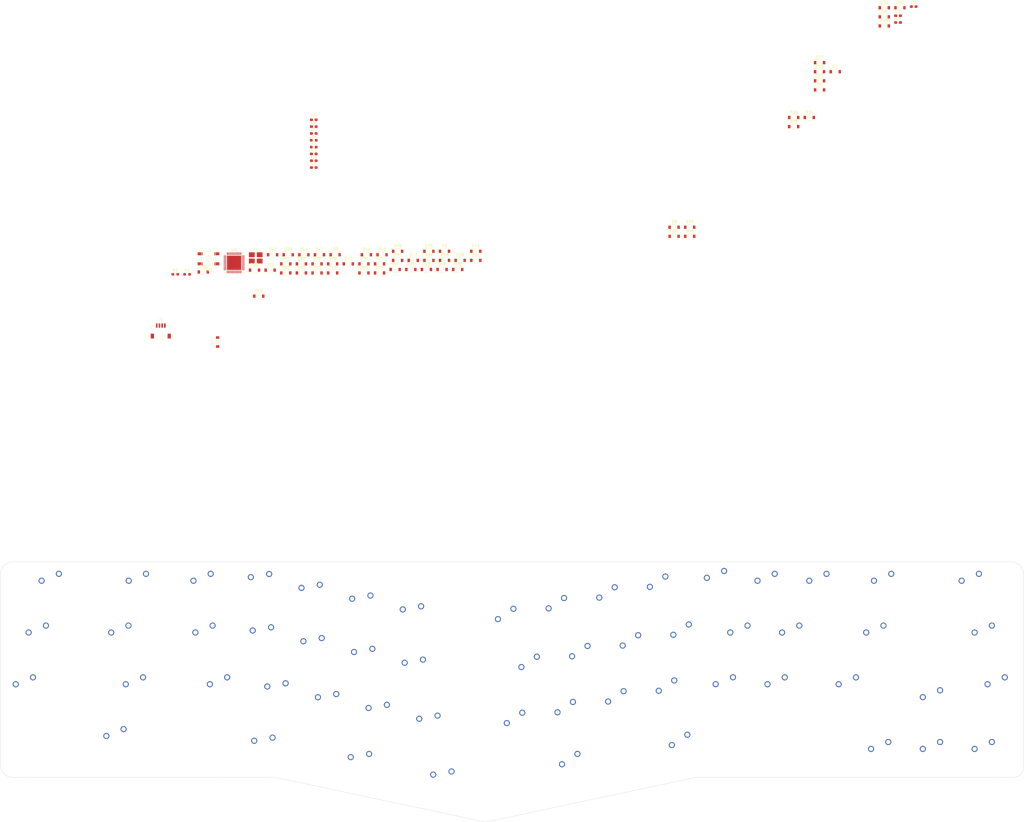
<source format=kicad_pcb>
(kicad_pcb (version 20211014) (generator pcbnew)
  (layers (0 "F.Cu" signal) (31 "B.Cu" signal) (34 "B.Paste" user) (35 "F.Paste" user) (36 "B.SilkS" user "B.Silkscreen") (37 "F.SilkS" user "F.Silkscreen") (38 "B.Mask" user) (39 "F.Mask" user) (44 "Edge.Cuts" user))
  (net 0 "")
  (net 1 "GND")
  (net 2 "Net-(C1-Pad2)")
  (net 3 "Net-(C3-Pad1)")
  (net 4 "+5V")
  (net 5 "/ROW-0")
  (net 6 "Net-(D1-Pad2)")
  (net 7 "Net-(D2-Pad2)")
  (net 8 "Net-(D3-Pad2)")
  (net 9 "Net-(D4-Pad2)")
  (net 10 "Net-(D5-Pad2)")
  (net 11 "Net-(D6-Pad2)")
  (net 12 "Net-(D7-Pad2)")
  (net 13 "Net-(D8-Pad2)")
  (net 14 "Net-(D9-Pad2)")
  (net 15 "Net-(D10-Pad2)")
  (net 16 "Net-(D11-Pad2)")
  (net 17 "Net-(D12-Pad2)")
  (net 18 "Net-(D13-Pad2)")
  (net 19 "Net-(D14-Pad2)")
  (net 20 "Net-(D15-Pad2)")
  (net 21 "Net-(D16-Pad2)")
  (net 22 "Net-(D17-Pad2)")
  (net 23 "/ROW-1")
  (net 24 "Net-(D18-Pad2)")
  (net 25 "Net-(D19-Pad2)")
  (net 26 "Net-(D20-Pad2)")
  (net 27 "Net-(D21-Pad2)")
  (net 28 "Net-(D22-Pad2)")
  (net 29 "Net-(D23-Pad2)")
  (net 30 "Net-(D24-Pad2)")
  (net 31 "Net-(D25-Pad2)")
  (net 32 "Net-(D26-Pad2)")
  (net 33 "Net-(D27-Pad2)")
  (net 34 "Net-(D28-Pad2)")
  (net 35 "Net-(D29-Pad2)")
  (net 36 "Net-(D30-Pad2)")
  (net 37 "Net-(D31-Pad2)")
  (net 38 "Net-(D32-Pad2)")
  (net 39 "Net-(D33-Pad2)")
  (net 40 "Net-(D34-Pad2)")
  (net 41 "/ROW-2")
  (net 42 "Net-(D35-Pad2)")
  (net 43 "Net-(D36-Pad2)")
  (net 44 "Net-(D37-Pad2)")
  (net 45 "Net-(D38-Pad2)")
  (net 46 "Net-(D39-Pad2)")
  (net 47 "Net-(D40-Pad2)")
  (net 48 "Net-(D41-Pad2)")
  (net 49 "Net-(D42-Pad2)")
  (net 50 "Net-(D43-Pad2)")
  (net 51 "Net-(D44-Pad2)")
  (net 52 "Net-(D45-Pad2)")
  (net 53 "Net-(D46-Pad2)")
  (net 54 "Net-(D47-Pad2)")
  (net 55 "Net-(D48-Pad2)")
  (net 56 "Net-(D49-Pad2)")
  (net 57 "Net-(D50-Pad2)")
  (net 58 "Net-(D51-Pad2)")
  (net 59 "/ROW-3")
  (net 60 "Net-(D52-Pad2)")
  (net 61 "Net-(D53-Pad2)")
  (net 62 "Net-(D54-Pad2)")
  (net 63 "Net-(D55-Pad2)")
  (net 64 "Net-(D56-Pad2)")
  (net 65 "/D-")
  (net 66 "/D+")
  (net 67 "/COL-0")
  (net 68 "/COL-1")
  (net 69 "/COL-2")
  (net 70 "/COL-3")
  (net 71 "/COL-4")
  (net 72 "/COL-5")
  (net 73 "/COL-6")
  (net 74 "/COL-7")
  (net 75 "/COL-8")
  (net 76 "/COL-9")
  (net 77 "/COL-10")
  (net 78 "/COL-11")
  (net 79 "/COL-12")
  (net 80 "/COL-13")
  (net 81 "/COL-14")
  (net 82 "/COL-15")
  (net 83 "Net-(R1-Pad2)")
  (net 84 "Net-(R2-Pad2)")
  (net 85 "Net-(R3-Pad2)")
  (net 86 "Net-(R4-Pad2)")
  (footprint "Diode_SMD:D_SOD-123" (layer "F.Cu") (at 156.522462 -29.005718)
    (fp_text reference "D54" (at 0 -2) (layer "F.SilkS"))
    (fp_text value "SOD-123")
    (pad "1" smd rect (at -1.65 0) (size 0.9 1.2) (layers "F.Cu" "F.Paste" "F.Mask") (net 59 "/ROW-3"))
    (pad "2" smd rect (at 1.65 0) (size 0.9 1.2) (layers "F.Cu" "F.Paste" "F.Mask") (net 62 "Net-(D54-Pad2)"))
  )
  (footprint "Diode_SMD:D_SOD-123" (layer "F.Cu") (at 185.272462 -26.935718)
    (fp_text reference "D18" (at 0 -2) (layer "F.SilkS"))
    (fp_text value "SOD-123")
    (pad "1" smd rect (at -1.65 0) (size 0.9 1.2) (layers "F.Cu" "F.Paste" "F.Mask") (net 23 "/ROW-1"))
    (pad "2" smd rect (at 1.65 0) (size 0.9 1.2) (layers "F.Cu" "F.Paste" "F.Mask") (net 24 "Net-(D18-Pad2)"))
  )
  (footprint "MX_Only:MXOnly-2.25U-ReversedStabilizers-NoLED" (layer "F.Cu") (at 344.213712 112.589282)
    (fp_text reference "MX30")
    (fp_text value "MX-NoLED")
    (pad "" np_thru_hole circle locked (at -5.08 0 48.0996) (size 1.75 1.75) (drill 1.75) (layers *.Cu *.Mask))
    (pad "" np_thru_hole circle locked (at 5.08 0 48.0996) (size 1.75 1.75) (drill 1.75) (layers *.Cu *.Mask))
    (pad "" np_thru_hole circle locked (at -11.90625 6.985) (size 3.048 3.048) (drill 3.048) (layers *.Cu *.Mask))
    (pad "" np_thru_hole circle locked (at 11.90625 -8.255) (size 3.9878 3.9878) (drill 3.9878) (layers *.Cu *.Mask))
    (pad "" np_thru_hole circle locked (at 11.90625 6.985) (size 3.048 3.048) (drill 3.048) (layers *.Cu *.Mask))
    (pad "" np_thru_hole circle locked (at -11.90625 -8.255) (size 3.9878 3.9878) (drill 3.9878) (layers *.Cu *.Mask))
    (pad "" np_thru_hole circle locked (at 0 0) (size 3.9878 3.9878) (drill 3.9878) (layers *.Cu *.Mask))
    (pad "1" thru_hole circle locked (at -3.81 -2.54) (size 2.25 2.25) (drill 1.47) (layers *.Cu "B.Mask") (net 80 "/COL-13"))
    (pad "2" thru_hole circle locked (at 2.54 -5.08) (size 2.25 2.25) (drill 1.47) (layers *.Cu "B.Mask") (net 36 "Net-(D30-Pad2)"))
  )
  (footprint "Diode_SMD:D_SOD-123" (layer "F.Cu") (at 161.372462 -22.305718)
    (fp_text reference "D24" (at 0 -2) (layer "F.SilkS"))
    (fp_text value "SOD-123")
    (pad "1" smd rect (at -1.65 0) (size 0.9 1.2) (layers "F.Cu" "F.Paste" "F.Mask") (net 23 "/ROW-1"))
    (pad "2" smd rect (at 1.65 0) (size 0.9 1.2) (layers "F.Cu" "F.Paste" "F.Mask") (net 30 "Net-(D24-Pad2)"))
  )
  (footprint "MX_Only:MXOnly-1U-NoLED" (layer "F.Cu") (at 307.897462 131.639282)
    (fp_text reference "MX44")
    (fp_text value "MX-NoLED")
    (pad "" np_thru_hole circle locked (at 5.08 0 48.0996) (size 1.75 1.75) (drill 1.75) (layers *.Cu *.Mask))
    (pad "" np_thru_hole circle locked (at 0 0) (size 3.9878 3.9878) (drill 3.9878) (layers *.Cu *.Mask))
    (pad "" np_thru_hole circle locked (at -5.08 0 48.0996) (size 1.75 1.75) (drill 1.75) (layers *.Cu *.Mask))
    (pad "1" thru_hole circle locked (at -3.81 -2.54) (size 2.25 2.25) (drill 1.47) (layers *.Cu "B.Mask") (net 79 "/COL-12"))
    (pad "2" thru_hole circle locked (at 2.54 -5.08) (size 2.25 2.25) (drill 1.47) (layers *.Cu "B.Mask") (net 51 "Net-(D44-Pad2)"))
  )
  (footprint "MX_Only:MXOnly-1U-NoLED" (layer "F.Cu") (at 384.097462 112.589282)
    (fp_text reference "MX31")
    (fp_text value "MX-NoLED")
    (pad "" np_thru_hole circle locked (at 5.08 0 48.0996) (size 1.75 1.75) (drill 1.75) (layers *.Cu *.Mask))
    (pad "" np_thru_hole circle locked (at -5.08 0 48.0996) (size 1.75 1.75) (drill 1.75) (layers *.Cu *.Mask))
    (pad "" np_thru_hole circle locked (at 0 0) (size 3.9878 3.9878) (drill 3.9878) (layers *.Cu *.Mask))
    (pad "1" thru_hole circle locked (at -3.81 -2.54) (size 2.25 2.25) (drill 1.47) (layers *.Cu "B.Mask") (net 82 "/COL-15"))
    (pad "2" thru_hole circle locked (at 2.54 -5.08) (size 2.25 2.25) (drill 1.47) (layers *.Cu "B.Mask") (net 37 "Net-(D31-Pad2)"))
  )
  (footprint "Diode_SMD:D_SOD-123" (layer "F.Cu") (at 132.622462 -25.655718)
    (fp_text reference "D12" (at 0 -2) (layer "F.SilkS"))
    (fp_text value "SOD-123")
    (pad "1" smd rect (at -1.65 0) (size 0.9 1.2) (layers "F.Cu" "F.Paste" "F.Mask") (net 5 "/ROW-0"))
    (pad "2" smd rect (at 1.65 0) (size 0.9 1.2) (layers "F.Cu" "F.Paste" "F.Mask") (net 17 "Net-(D12-Pad2)"))
  )
  (footprint "MX_Only:MXOnly-1U-NoLED" (layer "F.Cu") (at 365.047462 136.401782)
    (fp_text reference "MX46")
    (fp_text value "MX-NoLED")
    (pad "" np_thru_hole circle locked (at 5.08 0 48.0996) (size 1.75 1.75) (drill 1.75) (layers *.Cu *.Mask))
    (pad "" np_thru_hole circle locked (at 0 0) (size 3.9878 3.9878) (drill 3.9878) (layers *.Cu *.Mask))
    (pad "" np_thru_hole circle locked (at -5.08 0 48.0996) (size 1.75 1.75) (drill 1.75) (layers *.Cu *.Mask))
    (pad "1" thru_hole circle locked (at -3.81 -2.54) (size 2.25 2.25) (drill 1.47) (layers *.Cu "B.Mask") (net 81 "/COL-14"))
    (pad "2" thru_hole circle locked (at 2.54 -5.08) (size 2.25 2.25) (drill 1.47) (layers *.Cu "B.Mask") (net 53 "Net-(D46-Pad2)"))
  )
  (footprint "MX_Only:MXOnly-1.5U-NoLED" (layer "F.Cu") (at 72.897462 93.539282)
    (fp_text reference "MX2")
    (fp_text value "MX-NoLED")
    (pad "" np_thru_hole circle locked (at 0 0) (size 3.9878 3.9878) (drill 3.9878) (layers *.Cu *.Mask))
    (pad "" np_thru_hole circle locked (at -5.08 0 48.0996) (size 1.75 1.75) (drill 1.75) (layers *.Cu *.Mask))
    (pad "" np_thru_hole circle locked (at 5.08 0 48.0996) (size 1.75 1.75) (drill 1.75) (layers *.Cu *.Mask))
    (pad "1" thru_hole circle locked (at -3.81 -2.54) (size 2.25 2.25) (drill 1.47) (layers *.Cu "B.Mask") (net 68 "/COL-1"))
    (pad "2" thru_hole circle locked (at 2.54 -5.08) (size 2.25 2.25) (drill 1.47) (layers *.Cu "B.Mask") (net 7 "Net-(D2-Pad2)"))
  )
  (footprint "Diode_SMD:D_SOD-123" (layer "F.Cu") (at 155.622462 -25.655718)
    (fp_text reference "D4" (at 0 -2) (layer "F.SilkS"))
    (fp_text value "SOD-123")
    (pad "1" smd rect (at -1.65 0) (size 0.9 1.2) (layers "F.Cu" "F.Paste" "F.Mask") (net 5 "/ROW-0"))
    (pad "2" smd rect (at 1.65 0) (size 0.9 1.2) (layers "F.Cu" "F.Paste" "F.Mask") (net 9 "Net-(D4-Pad2)"))
  )
  (footprint "MX_Only:MXOnly-1U-NoLED" (layer "F.Cu") (at 40.851212 93.539282)
    (fp_text reference "MX1")
    (fp_text value "MX-NoLED")
    (pad "" np_thru_hole circle locked (at 0 0) (size 3.9878 3.9878) (drill 3.9878) (layers *.Cu *.Mask))
    (pad "" np_thru_hole circle locked (at -5.08 0 48.0996) (size 1.75 1.75) (drill 1.75) (layers *.Cu *.Mask))
    (pad "" np_thru_hole circle locked (at 5.08 0 48.0996) (size 1.75 1.75) (drill 1.75) (layers *.Cu *.Mask))
    (pad "1" thru_hole circle locked (at -3.81 -2.54) (size 2.25 2.25) (drill 1.47) (layers *.Cu "B.Mask") (net 67 "/COL-0"))
    (pad "2" thru_hole circle locked (at 2.54 -5.08) (size 2.25 2.25) (drill 1.47) (layers *.Cu "B.Mask") (net 6 "Net-(D1-Pad2)"))
  )
  (footprint "MX_Only:MXOnly-1U-NoLED" (layer "F.Cu") (at 365.047462 155.451782)
    (fp_text reference "MX55")
    (fp_text value "MX-NoLED")
    (pad "" np_thru_hole circle locked (at -5.08 0 48.0996) (size 1.75 1.75) (drill 1.75) (layers *.Cu *.Mask))
    (pad "" np_thru_hole circle locked (at 5.08 0 48.0996) (size 1.75 1.75) (drill 1.75) (layers *.Cu *.Mask))
    (pad "" np_thru_hole circle locked (at 0 0) (size 3.9878 3.9878) (drill 3.9878) (layers *.Cu *.Mask))
    (pad "1" thru_hole circle locked (at -3.81 -2.54) (size 2.25 2.25) (drill 1.47) (layers *.Cu "B.Mask") (net 81 "/COL-14"))
    (pad "2" thru_hole circle locked (at 2.54 -5.08) (size 2.25 2.25) (drill 1.47) (layers *.Cu "B.Mask") (net 63 "Net-(D55-Pad2)"))
  )
  (footprint "MX_Only:MXOnly-1U-NoLED" (layer "F.Cu") (at 304.217462 93.539282)
    (fp_text reference "MX13")
    (fp_text value "MX-NoLED")
    (pad "" np_thru_hole circle locked (at -5.08 0 48.0996) (size 1.75 1.75) (drill 1.75) (layers *.Cu *.Mask))
    (pad "" np_thru_hole circle locked (at 0 0) (size 3.9878 3.9878) (drill 3.9878) (layers *.Cu *.Mask))
    (pad "" np_thru_hole circle locked (at 5.08 0 48.0996) (size 1.75 1.75) (drill 1.75) (layers *.Cu *.Mask))
    (pad "1" thru_hole circle locked (at -3.81 -2.54) (size 2.25 2.25) (drill 1.47) (layers *.Cu "B.Mask") (net 79 "/COL-12"))
    (pad "2" thru_hole circle locked (at 2.54 -5.08) (size 2.25 2.25) (drill 1.47) (layers *.Cu "B.Mask") (net 18 "Net-(D13-Pad2)"))
  )
  (footprint "Diode_SMD:D_SOD-123" (layer "F.Cu") (at 162.272462 -29.005718)
    (fp_text reference "D43" (at 0 -2) (layer "F.SilkS"))
    (fp_text value "SOD-123")
    (pad "1" smd rect (at -1.65 0) (size 0.9 1.2) (layers "F.Cu" "F.Paste" "F.Mask") (net 41 "/ROW-2"))
    (pad "2" smd rect (at 1.65 0) (size 0.9 1.2) (layers "F.Cu" "F.Paste" "F.Mask") (net 50 "Net-(D43-Pad2)"))
  )
  (footprint "Diode_SMD:D_SOD-123" (layer "F.Cu") (at 196.772462 -26.935718)
    (fp_text reference "D21" (at 0 -2) (layer "F.SilkS"))
    (fp_text value "SOD-123")
    (pad "1" smd rect (at -1.65 0) (size 0.9 1.2) (layers "F.Cu" "F.Paste" "F.Mask") (net 23 "/ROW-1"))
    (pad "2" smd rect (at 1.65 0) (size 0.9 1.2) (layers "F.Cu" "F.Paste" "F.Mask") (net 27 "Net-(D21-Pad2)"))
  )
  (footprint "Diode_SMD:D_SOD-123" (layer "F.Cu") (at 319.49 -79.54)
    (fp_text reference "D34" (at 0 -2) (layer "F.SilkS"))
    (fp_text value "SOD-123")
    (pad "1" smd rect (at -1.65 0) (size 0.9 1.2) (layers "F.Cu" "F.Paste" "F.Mask") (net 41 "/ROW-2"))
    (pad "2" smd rect (at 1.65 0) (size 0.9 1.2) (layers "F.Cu" "F.Paste" "F.Mask") (net 40 "Net-(D34-Pad2)"))
  )
  (footprint "MX_Only:MXOnly-1U-NoLED" (layer "F.Cu") (at 379.334962 93.539282)
    (fp_text reference "MX16")
    (fp_text value "MX-NoLED")
    (pad "" np_thru_hole circle locked (at 0 0) (size 3.9878 3.9878) (drill 3.9878) (layers *.Cu *.Mask))
    (pad "" np_thru_hole circle locked (at 5.08 0 48.0996) (size 1.75 1.75) (drill 1.75) (layers *.Cu *.Mask))
    (pad "" np_thru_hole circle locked (at -5.08 0 48.0996) (size 1.75 1.75) (drill 1.75) (layers *.Cu *.Mask))
    (pad "1" thru_hole circle locked (at -3.81 -2.54) (size 2.25 2.25) (drill 1.47) (layers *.Cu "B.Mask") (net 82 "/COL-15"))
    (pad "2" thru_hole circle locked (at 2.54 -5.08) (size 2.25 2.25) (drill 1.47) (layers *.Cu "B.Mask") (net 21 "Net-(D16-Pad2)"))
  )
  (footprint "Resistor_SMD:R_0603_1608Metric_Pad0.98x0.95mm_HandSolder" (layer "F.Cu") (at 86.212462 -21.805718)
    (fp_text reference "R3" (at 0 -1.43) (layer "F.SilkS"))
    (fp_text value "22k")
    (pad "1" smd roundrect (at -0.9125 0) (size 0.975 0.95) (layers "F.Cu" "F.Paste" "F.Mask") (net 65 "/D-"))
    (pad "2" smd roundrect (at 0.9125 0) (size 0.975 0.95) (layers "F.Cu" "F.Paste" "F.Mask") (net 85 "Net-(R3-Pad2)"))
  )
  (footprint "MX_Only:MXOnly-1U-NoLED" (layer "F.Cu") (at 123.257462 133.199282 -12)
    (fp_text reference "MX35")
    (fp_text value "MX-NoLED")
    (pad "" np_thru_hole circle locked (at 5.08 0 36.0996) (size 1.75 1.75) (drill 1.75) (layers *.Cu *.Mask))
    (pad "" np_thru_hole circle locked (at -5.08 0 36.0996) (size 1.75 1.75) (drill 1.75) (layers *.Cu *.Mask))
    (pad "" np_thru_hole circle locked (at 0 0 348) (size 3.9878 3.9878) (drill 3.9878) (layers *.Cu *.Mask))
    (pad "1" thru_hole circle locked (at -3.81 -2.54 348) (size 2.25 2.25) (drill 1.47) (layers *.Cu "B.Mask") (net 70 "/COL-3"))
    (pad "2" thru_hole circle locked (at 2.54 -5.08 348) (size 2.25 2.25) (drill 1.47) (layers *.Cu "B.Mask") (net 42 "Net-(D35-Pad2)"))
  )
  (footprint "MX_Only:MXOnly-1U-NoLED" (layer "F.Cu") (at 135.841174 96.92 -12)
    (fp_text reference "MX5")
    (fp_text value "MX-NoLED")
    (pad "" np_thru_hole circle locked (at 0 0 348) (size 3.9878 3.9878) (drill 3.9878) (layers *.Cu *.Mask))
    (pad "" np_thru_hole circle locked (at 5.08 0 36.0996) (size 1.75 1.75) (drill 1.75) (layers *.Cu *.Mask))
    (pad "" np_thru_hole circle locked (at -5.08 0 36.0996) (size 1.75 1.75) (drill 1.75) (layers *.Cu *.Mask))
    (pad "1" thru_hole circle locked (at -3.81 -2.54 348) (size 2.25 2.25) (drill 1.47) (layers *.Cu "B.Mask") (net 71 "/COL-4"))
    (pad "2" thru_hole circle locked (at 2.54 -5.08 348) (size 2.25 2.25) (drill 1.47) (layers *.Cu "B.Mask") (net 10 "Net-(D5-Pad2)"))
  )
  (footprint "Capacitor_SMD:C_0603_1608Metric_Pad1.08x0.95mm_HandSolder" (layer "F.Cu") (at 137.16 -78.68)
    (fp_text reference "C4" (at 0 -1.43) (layer "F.SilkS"))
    (fp_text value "0.1uF")
    (pad "1" smd roundrect (at -0.8625 0) (size 1.075 0.95) (layers "F.Cu" "F.Paste" "F.Mask") (net 4 "+5V"))
    (pad "2" smd roundrect (at 0.8625 0) (size 1.075 0.95) (layers "F.Cu" "F.Paste" "F.Mask") (net 1 "GND"))
  )
  (footprint "MX_Only:MXOnly-1U-NoLED" (layer "F.Cu") (at 117.907462 112.589282 -12)
    (fp_text reference "MX20")
    (fp_text value "MX-NoLED")
    (pad "" np_thru_hole circle locked (at 5.08 0 36.0996) (size 1.75 1.75) (drill 1.75) (layers *.Cu *.Mask))
    (pad "" np_thru_hole circle locked (at 0 0 348) (size 3.9878 3.9878) (drill 3.9878) (layers *.Cu *.Mask))
    (pad "" np_thru_hole circle locked (at -5.08 0 36.0996) (size 1.75 1.75) (drill 1.75) (layers *.Cu *.Mask))
    (pad "1" thru_hole circle locked (at -3.81 -2.54 348) (size 2.25 2.25) (drill 1.47) (layers *.Cu "B.Mask") (net 70 "/COL-3"))
    (pad "2" thru_hole circle locked (at 2.54 -5.08 348) (size 2.25 2.25) (drill 1.47) (layers *.Cu "B.Mask") (net 26 "Net-(D20-Pad2)"))
  )
  (footprint "MX_Only:MXOnly-1U-NoLED" (layer "F.Cu") (at 384.097462 155.451782)
    (fp_text reference "MX56")
    (fp_text value "MX-NoLED")
    (pad "" np_thru_hole circle locked (at 0 0) (size 3.9878 3.9878) (drill 3.9878) (layers *.Cu *.Mask))
    (pad "" np_thru_hole circle locked (at -5.08 0 48.0996) (size 1.75 1.75) (drill 1.75) (layers *.Cu *.Mask))
    (pad "" np_thru_hole circle locked (at 5.08 0 48.0996) (size 1.75 1.75) (drill 1.75) (layers *.Cu *.Mask))
    (pad "1" thru_hole circle locked (at -3.81 -2.54) (size 2.25 2.25) (drill 1.47) (layers *.Cu "B.Mask") (net 82 "/COL-15"))
    (pad "2" thru_hole circle locked (at 2.54 -5.08) (size 2.25 2.25) (drill 1.47) (layers *.Cu "B.Mask") (net 64 "Net-(D56-Pad2)"))
  )
  (footprint "Diode_SMD:D_SOD-123" (layer "F.Cu") (at 115.372462 -23.355718)
    (fp_text reference "D55" (at 0 -2) (layer "F.SilkS"))
    (fp_text value "SOD-123")
    (pad "1" smd rect (at -1.65 0) (size 0.9 1.2) (layers "F.Cu" "F.Paste" "F.Mask") (net 59 "/ROW-3"))
    (pad "2" smd rect (at 1.65 0) (size 0.9 1.2) (layers "F.Cu" "F.Paste" "F.Mask") (net 63 "Net-(D55-Pad2)"))
  )
  (footprint "MX_Only:MXOnly-1U-NoLED" (layer "F.Cu") (at 209.186327 106.821435 12)
    (fp_text reference "MX8")
    (fp_text value "MX-NoLED")
    (pad "" np_thru_hole circle locked (at -5.08 0 60.0996) (size 1.75 1.75) (drill 1.75) (layers *.Cu *.Mask))
    (pad "" np_thru_hole circle locked (at 0 0 12) (size 3.9878 3.9878) (drill 3.9878) (layers *.Cu *.Mask))
    (pad "" np_thru_hole circle locked (at 5.08 0 60.0996) (size 1.75 1.75) (drill 1.75) (layers *.Cu *.Mask))
    (pad "1" thru_hole circle locked (at -3.81 -2.54 12) (size 2.25 2.25) (drill 1.47) (layers *.Cu "B.Mask") (net 74 "/COL-7"))
    (pad "2" thru_hole circle locked (at 2.54 -5.08 12) (size 2.25 2.25) (drill 1.47) (layers *.Cu "B.Mask") (net 13 "Net-(D8-Pad2)"))
  )
  (footprint "acheron_Connectors:SM04B-SRSS-TB(LF)(SN)" (layer "F.Cu") (at 80.884962 -2.166968)
    (fp_text reference "J1" (at 0 -3) (layer "F.SilkS"))
    (fp_text value "Conn_01x04_Female")
    (pad "1" smd rect locked (at -1.5 -0.775) (size 0.6 1.55) (layers "F.Cu" "F.Paste" "F.Mask") (net 4 "+5V"))
    (pad "2" smd rect locked (at -0.5 -0.775) (size 0.6 1.55) (layers "F.Cu" "F.Paste" "F.Mask") (net 65 "/D-"))
    (pad "3" smd rect locked (at 0.5 -0.775) (size 0.6 1.55) (layers "F.Cu" "F.Paste" "F.Mask") (net 66 "/D+"))
    (pad "4" smd rect locked (at 1.5 -0.775) (size 0.6 1.55) (layers "F.Cu" "F.Paste" "F.Mask") (net 1 "GND"))
    (pad "5" smd rect locked (at -3.1 3.1) (size 1.2 1.8) (layers "F.Cu" "F.Paste" "F.Mask") (net 1 "GND"))
    (pad "6" smd rect locked (at 3.1 3.1) (size 1.2 1.8) (layers "F.Cu" "F.Paste" "F.Mask") (net 1 "GND"))
  )
  (footprint "MX_Only:MXOnly-1U-NoLED" (layer "F.Cu") (at 268.347462 133.199282 12)
    (fp_text reference "MX42")
    (fp_text value "MX-NoLED")
    (pad "" np_thru_hole circle locked (at 5.08 0 60.0996) (size 1.75 1.75) (drill 1.75) (layers *.Cu *.Mask))
    (pad "" np_thru_hole circle locked (at -5.08 0 60.0996) (size 1.75 1.75) (drill 1.75) (layers *.Cu *.Mask))
    (pad "" np_thru_hole circle locked (at 0 0 12) (size 3.9878 3.9878) (drill 3.9878) (layers *.Cu *.Mask))
    (pad "1" thru_hole circle locked (at -3.81 -2.54 12) (size 2.25 2.25) (drill 1.47) (layers *.Cu "B.Mask") (net 77 "/COL-10"))
    (pad "2" thru_hole circle locked (at 2.54 -5.08 12) (size 2.25 2.25) (drill 1.47) (layers *.Cu "B.Mask") (net 49 "Net-(D42-Pad2)"))
  )
  (footprint "MX_Only:MXOnly-1U-NoLED" (layer "F.Cu") (at 231.080038 141.120717 12)
    (fp_text reference "MX40")
    (fp_text value "MX-NoLED")
    (pad "" np_thru_hole circle locked (at 5.08 0 60.0996) (size 1.75 1.75) (drill 1.75) (layers *.Cu *.Mask))
    (pad "" np_thru_hole circle locked (at 0 0 12) (size 3.9878 3.9878) (drill 3.9878) (layers *.Cu *.Mask))
    (pad "" np_thru_hole circle locked (at -5.08 0 60.0996) (size 1.75 1.75) (drill 1.75) (layers *.Cu *.Mask))
    (pad "1" thru_hole circle locked (at -3.81 -2.54 12) (size 2.25 2.25) (drill 1.47) (layers *.Cu "B.Mask") (net 75 "/COL-8"))
    (pad "2" thru_hole circle locked (at 2.54 -5.08 12) (size 2.25 2.25) (drill 1.47) (layers *.Cu "B.Mask") (net 47 "Net-(D40-Pad2)"))
  )
  (footprint "MX_Only:MXOnly-1.5U-NoLED" (layer "F.Cu") (at 64.667462 150.689282)
    (fp_text reference "MX48")
    (fp_text value "MX-NoLED")
    (pad "" np_thru_hole circle locked (at 0 0) (size 3.9878 3.9878) (drill 3.9878) (layers *.Cu *.Mask))
    (pad "" np_thru_hole circle locked (at 5.08 0 48.0996) (size 1.75 1.75) (drill 1.75) (layers *.Cu *.Mask))
    (pad "" np_thru_hole circle locked (at -5.08 0 48.0996) (size 1.75 1.75) (drill 1.75) (layers *.Cu *.Mask))
    (pad "1" thru_hole circle locked (at -3.81 -2.54) (size 2.25 2.25) (drill 1.47) (layers *.Cu "B.Mask") (net 68 "/COL-1"))
    (pad "2" thru_hole circle locked (at 2.54 -5.08) (size 2.25 2.25) (drill 1.47) (layers *.Cu "B.Mask") (net 55 "Net-(D48-Pad2)"))
  )
  (footprint "MX_Only:MXOnly-1U-NoLED" (layer "F.Cu") (at 273.707462 112.589282 12)
    (fp_text reference "MX27")
    (fp_text value "MX-NoLED")
    (pad "" np_thru_hole circle locked (at 5.08 0 60.0996) (size 1.75 1.75) (drill 1.75) (layers *.Cu *.Mask))
    (pad "" np_thru_hole circle locked (at 0 0 12) (size 3.9878 3.9878) (drill 3.9878) (layers *.Cu *.Mask))
    (pad "" np_thru_hole circle locked (at -5.08 0 60.0996) (size 1.75 1.75) (drill 1.75) (layers *.Cu *.Mask))
    (pad "1" thru_hole circle locked (at -3.81 -2.54 12) (size 2.25 2.25) (drill 1.47) (layers *.Cu "B.Mask") (net 77 "/COL-10"))
    (pad "2" thru_hole circle locked (at 2.54 -5.08 12) (size 2.25 2.25) (drill 1.47) (layers *.Cu "B.Mask") (net 33 "Net-(D27-Pad2)"))
  )
  (footprint "MX_Only:MXOnly-1U-NoLED" (layer "F.Cu") (at 31.326212 131.639282)
    (fp_text reference "MX32")
    (fp_text value "MX-NoLED")
    (pad "" np_thru_hole circle locked (at -5.08 0 48.0996) (size 1.75 1.75) (drill 1.75) (layers *.Cu *.Mask))
    (pad "" np_thru_hole circle locked (at 0 0) (size 3.9878 3.9878) (drill 3.9878) (layers *.Cu *.Mask))
    (pad "" np_thru_hole circle locked (at 5.08 0 48.0996) (size 1.75 1.75) (drill 1.75) (layers *.Cu *.Mask))
    (pad "1" thru_hole circle locked (at -3.81 -2.54) (size 2.25 2.25) (drill 1.47) (layers *.Cu "B.Mask") (net 67 "/COL-0"))
    (pad "2" thru_hole circle locked (at 2.54 -5.08) (size 2.25 2.25) (drill 1.47) (layers *.Cu "B.Mask") (net 38 "Net-(D32-Pad2)"))
  )
  (footprint "Diode_SMD:D_SOD-123" (layer "F.Cu") (at 96.532462 -22.655718)
    (fp_text reference "D56" (at 0 -2) (layer "F.SilkS"))
    (fp_text value "SOD-123")
    (pad "1" smd rect (at -1.65 0) (size 0.9 1.2) (layers "F.Cu" "F.Paste" "F.Mask") (net 59 "/ROW-3"))
    (pad "2" smd rect (at 1.65 0) (size 0.9 1.2) (layers "F.Cu" "F.Paste" "F.Mask") (net 64 "Net-(D56-Pad2)"))
  )
  (footprint "Capacitor_SMD:C_0603_1608Metric_Pad1.08x0.95mm_HandSolder" (layer "F.Cu") (at 137.16 -63.62)
    (fp_text reference "C8" (at 0 -1.43) (layer "F.SilkS"))
    (fp_text value "0.1uF")
    (pad "1" smd roundrect (at -0.8625 0) (size 1.075 0.95) (layers "F.Cu" "F.Paste" "F.Mask") (net 4 "+5V"))
    (pad "2" smd roundrect (at 0.8625 0) (size 1.075 0.95) (layers "F.Cu" "F.Paste" "F.Mask") (net 1 "GND"))
  )
  (footprint "MX_Only:MXOnly-1U-NoLED" (layer "F.Cu") (at 36.088712 112.589282)
    (fp_text reference "MX17")
    (fp_text value "MX-NoLED")
    (pad "" np_thru_hole circle locked (at 5.08 0 48.0996) (size 1.75 1.75) (drill 1.75) (layers *.Cu *.Mask))
    (pad "" np_thru_hole circle locked (at -5.08 0 48.0996) (size 1.75 1.75) (drill 1.75) (layers *.Cu *.Mask))
    (pad "" np_thru_hole circle locked (at 0 0) (size 3.9878 3.9878) (drill 3.9878) (layers *.Cu *.Mask))
    (pad "1" thru_hole circle locked (at -3.81 -2.54) (size 2.25 2.25) (drill 1.47) (layers *.Cu "B.Mask") (net 67 "/COL-0"))
    (pad "2" thru_hole circle locked (at 2.54 -5.08) (size 2.25 2.25) (drill 1.47) (layers *.Cu "B.Mask") (net 22 "Net-(D17-Pad2)"))
  )
  (footprint "MX_Only:MXOnly-1U-NoLED" (layer "F.Cu") (at 227.820038 102.860717 12)
    (fp_text reference "MX9")
    (fp_text value "MX-NoLED")
    (pad "" np_thru_hole circle locked (at 5.08 0 60.0996) (size 1.75 1.75) (drill 1.75) (layers *.Cu *.Mask))
    (pad "" np_thru_hole circle locked (at -5.08 0 60.0996) (size 1.75 1.75) (drill 1.75) (layers *.Cu *.Mask))
    (pad "" np_thru_hole circle locked (at 0 0 12) (size 3.9878 3.9878) (drill 3.9878) (layers *.Cu *.Mask))
    (pad "1" thru_hole circle locked (at -3.81 -2.54 12) (size 2.25 2.25) (drill 1.47) (layers *.Cu "B.Mask") (net 75 "/COL-8"))
    (pad "2" thru_hole circle locked (at 2.54 -5.08 12) (size 2.25 2.25) (drill 1.47) (layers *.Cu "B.Mask") (net 14 "Net-(D9-Pad2)"))
  )
  (footprint "Diode_SMD:D_SOD-123" (layer "F.Cu") (at 347.07 -116.59)
    (fp_text reference "D5" (at 0 -2) (layer "F.SilkS"))
    (fp_text value "SOD-123")
    (pad "1" smd rect (at -1.65 0) (size 0.9 1.2) (layers "F.Cu" "F.Paste" "F.Mask") (net 5 "/ROW-0"))
    (pad "2" smd rect (at 1.65 0) (size 0.9 1.2) (layers "F.Cu" "F.Paste" "F.Mask") (net 10 "Net-(D5-Pad2)"))
  )
  (footprint "Capacitor_SMD:C_0603_1608Metric_Pad1.08x0.95mm_HandSolder" (layer "F.Cu") (at 137.16 -73.66)
    (fp_text reference "C1" (at 0 -1.43) (layer "F.SilkS"))
    (fp_text value "22pF")
    (pad "1" smd roundrect (at -0.8625 0) (size 1.075 0.95) (layers "F.Cu" "F.Paste" "F.Mask") (net 1 "GND"))
    (pad "2" smd roundrect (at 0.8625 0) (size 1.075 0.95) (layers "F.Cu" "F.Paste" "F.Mask") (net 2 "Net-(C1-Pad2)"))
  )
  (footprint "Diode_SMD:D_SOD-123" (layer "F.Cu") (at 184.372462 -23.585718)
    (fp_text reference "D49" (at 0 -2) (layer "F.SilkS"))
    (fp_text value "SOD-123")
    (pad "1" smd rect (at -1.65 0) (size 0.9 1.2) (layers "F.Cu" "F.Paste" "F.Mask") (net 59 "/ROW-3"))
    (pad "2" smd rect (at 1.65 0) (size 0.9 1.2) (layers "F.Cu" "F.Paste" "F.Mask") (net 56 "Net-(D49-Pad2)"))
  )
  (footprint "Diode_SMD:D_SOD-123" (layer "F.Cu") (at 347.07 -119.94)
    (fp_text reference "D32" (at 0 -2) (layer "F.SilkS"))
    (fp_text value "SOD-123")
    (pad "1" smd rect (at -1.65 0) (size 0.9 1.2) (layers "F.Cu" "F.Paste" "F.Mask") (net 41 "/ROW-2"))
    (pad "2" smd rect (at 1.65 0) (size 0.9 1.2) (layers "F.Cu" "F.Paste" "F.Mask") (net 38 "Net-(D32-Pad2)"))
  )
  (footprint "Diode_SMD:D_SOD-123" (layer "F.Cu") (at 269.73 -35.79)
    (fp_text reference "D30" (at 0 -2) (layer "F.SilkS"))
    (fp_text value "SOD-123")
    (pad "1" smd rect (at -1.65 0) (size 0.9 1.2) (layers "F.Cu" "F.Paste" "F.Mask") (net 23 "/ROW-1"))
    (pad "2" smd rect (at 1.65 0) (size 0.9 1.2) (layers "F.Cu" "F.Paste" "F.Mask") (net 36 "Net-(D30-Pad2)"))
  )
  (footprint "random-keyboard-parts:SKQG-1155865" (layer "F.Cu") (at 98.432462 -27.505718)
    (fp_text reference "SW1" (at 0 4.064) (layer "F.SilkS"))
    (fp_text value "SW_Push")
    (pad "1" smd rect locked (at 3.1 1.85) (size 1.8 1.1) (layers "F.Cu" "F.Paste" "F.Mask") (net 1 "GND"))
    (pad "2" smd rect locked (at -3.1 -1.85) (size 1.8 1.1) (layers "F.Cu" "F.Paste" "F.Mask") (net 83 "Net-(R1-Pad2)"))
    (pad "3" smd rect locked (at 3.1 -1.85) (size 1.8 1.1) (layers "F.Cu" "F.Paste" "F.Mask"))
    (pad "4" smd rect locked (at -3.1 1.85) (size 1.8 1.1) (layers "F.Cu" "F.Paste" "F.Mask"))
  )
  (footprint "Diode_SMD:D_SOD-123" (layer "F.Cu") (at 347.07 -113.24)
    (fp_text reference "D48" (at 0 -2) (layer "F.SilkS"))
    (fp_text value "SOD-123")
    (pad "1" smd rect (at -1.65 0) (size 0.9 1.2) (layers "F.Cu" "F.Paste" "F.Mask") (net 59 "/ROW-3"))
    (pad "2" smd rect (at 1.65 0) (size 0.9 1.2) (layers "F.Cu" "F.Paste" "F.Mask") (net 55 "Net-(D48-Pad2)"))
  )
  (footprint "Diode_SMD:D_SOD-123" (layer "F.Cu") (at 323.26 -99.74)
    (fp_text reference "D17" (at 0 -2) (layer "F.SilkS"))
    (fp_text value "SOD-123")
    (pad "1" smd rect (at -1.65 0) (size 0.9 1.2) (layers "F.Cu" "F.Paste" "F.Mask") (net 23 "/ROW-1"))
    (pad "2" smd rect (at 1.65 0) (size 0.9 1.2) (layers "F.Cu" "F.Paste" "F.Mask") (net 22 "Net-(D17-Pad2)"))
  )
  (footprint "Diode_SMD:D_SOD-123" (layer "F.Cu") (at 323.26 -89.69)
    (fp_text reference "D6" (at 0 -2) (layer "F.SilkS"))
    (fp_text value "SOD-123")
    (pad "1" smd rect (at -1.65 0) (size 0.9 1.2) (layers "F.Cu" "F.Paste" "F.Mask") (net 5 "/ROW-0"))
    (pad "2" smd rect (at 1.65 0) (size 0.9 1.2) (layers "F.Cu" "F.Paste" "F.Mask") (net 11 "Net-(D6-Pad2)"))
  )
  (footprint "MX_Only:MXOnly-1U-NoLED" (layer "F.Cu") (at 294.207462 112.589282)
    (fp_text reference "MX28")
    (fp_text value "MX-NoLED")
    (pad "" np_thru_hole circle locked (at 5.08 0 48.0996) (size 1.75 1.75) (drill 1.75) (layers *.Cu *.Mask))
    (pad "" np_thru_hole circle locked (at 0 0) (size 3.9878 3.9878) (drill 3.9878) (layers *.Cu *.Mask))
    (pad "" np_thru_hole circle locked (at -5.08 0 48.0996) (size 1.75 1.75) (drill 1.75) (layers *.Cu *.Mask))
    (pad "1" thru_hole circle locked (at -3.81 -2.54) (size 2.25 2.25) (drill 1.47) (layers *.Cu "B.Mask") (net 78 "/COL-11"))
    (pad "2" thru_hole circle locked (at 2.54 -5.08) (size 2.25 2.25) (drill 1.47) (layers *.Cu "B.Mask") (net 34 "Net-(D28-Pad2)"))
  )
  (footprint "Diode_SMD:D_SOD-123" (layer "F.Cu") (at 145.022462 -29.005718)
    (fp_text reference "D8" (at 0 -2) (layer "F.SilkS"))
    (fp_text value "SOD-123")
    (pad "1" smd rect (at -1.65 0) (size 0.9 1.2) (layers "F.Cu" "F.Paste" "F.Mask") (net 5 "/ROW-0"))
    (pad "2" smd rect (at 1.65 0) (size 0.9 1.2) (layers "F.Cu" "F.Paste" "F.Mask") (net 13 "Net-(D8-Pad2)"))
  )
  (footprint "MX_Only:MXOnly-1U-NoLED" (layer "F.Cu") (at 173.108597 104.841435 -12)
    (fp_text reference "MX7")
    (fp_text value "MX-NoLED")
    (pad "" np_thru_hole circle locked (at 5.08 0 36.0996) (size 1.75 1.75) (drill 1.75) (layers *.Cu *.Mask))
    (pad "" np_thru_hole circle locked (at -5.08 0 36.0996) (size 1.75 1.75) (drill 1.75) (layers *.Cu *.Mask))
    (pad "" np_thru_hole circle locked (at 0 0 348) (size 3.9878 3.9878) (drill 3.9878) (layers *.Cu *.Mask))
    (pad "1" thru_hole circle locked (at -3.81 -2.54 348) (size 2.25 2.25) (drill 1.47) (layers *.Cu "B.Mask") (net 73 "/COL-6"))
    (pad "2" thru_hole circle locked (at 2.54 -5.08 348) (size 2.25 2.25) (drill 1.47) (layers *.Cu "B.Mask") (net 12 "Net-(D7-Pad2)"))
  )
  (footprint "Diode_SMD:D_SOD-123" (layer "F.Cu") (at 313.74 -79.54)
    (fp_text reference "D36" (at 0 -2) (layer "F.SilkS"))
    (fp_text value "SOD-123")
    (pad "1" smd rect (at -1.65 0) (size 0.9 1.2) (layers "F.Cu" "F.Paste" "F.Mask") (net 41 "/ROW-2"))
    (pad "2" smd rect (at 1.65 0) (size 0.9 1.2) (layers "F.Cu" "F.Paste" "F.Mask") (net 43 "Net-(D36-Pad2)"))
  )
  (footprint "MX_Only:MXOnly-1U-NoLED" (layer "F.Cu") (at 288.847462 131.611782)
    (fp_text reference "MX43")
    (fp_text value "MX-NoLED")
    (pad "" np_thru_hole circle locked (at 5.08 0 48.0996) (size 1.75 1.75) (drill 1.75) (layers *.Cu *.Mask))
    (pad "" np_thru_hole circle locked (at -5.08 0 48.0996) (size 1.75 1.75) (drill 1.75) (layers *.Cu *.Mask))
    (pad "" np_thru_hole circle locked (at 0 0) (size 3.9878 3.9878) (drill 3.9878) (layers *.Cu *.Mask))
    (pad "1" thru_hole circle locked (at -3.81 -2.54) (size 2.25 2.25) (drill 1.47) (layers *.Cu "B.Mask") (net 78 "/COL-11"))
    (pad "2" thru_hole circle locked (at 2.54 -5.08) (size 2.25 2.25) (drill 1.47) (layers *.Cu "B.Mask") (net 50 "Net-(D43-Pad2)"))
  )
  (footprint "MX_Only:MXOnly-1U-NoLED" (layer "F.Cu") (at 246.45375 98.9 12)
    (fp_text reference "MX10")
    (fp_text value "MX-NoLED")
    (pad "" np_thru_hole circle locked (at 5.08 0 60.0996) (size 1.75 1.75) (drill 1.75) (layers *.Cu *.Mask))
    (pad "" np_thru_hole circle locked (at 0 0 12) (size 3.9878 3.9878) (drill 3.9878) (layers *.Cu *.Mask))
    (pad "" np_thru_hole circle locked (at -5.08 0 60.0996) (size 1.75 1.75) (drill 1.75) (layers *.Cu *.Mask))
    (pad "1" thru_hole circle locked (at -3.81 -2.54 12) (size 2.25 2.25) (drill 1.47) (layers *.Cu "B.Mask") (net 76 "/COL-9"))
    (pad "2" thru_hole circle locked (at 2.54 -5.08 12) (size 2.25 2.25) (drill 1.47) (layers *.Cu "B.Mask") (net 15 "Net-(D10-Pad2)"))
  )
  (footprint "Capacitor_SMD:C_0603_1608Metric_Pad1.08x0.95mm_HandSolder" (layer "F.Cu") (at 357.87 -120.36)
    (fp_text reference "C3" (at 0 -1.43) (layer "F.SilkS"))
    (fp_text value "1uF")
    (pad "1" smd roundrect (at -0.8625 0) (size 1.075 0.95) (layers "F.Cu" "F.Paste" "F.Mask") (net 3 "Net-(C3-Pad1)"))
    (pad "2" smd roundrect (at 0.8625 0) (size 1.075 0.95) (layers "F.Cu" "F.Paste" "F.Mask") (net 1 "GND"))
  )
  (footprint "MX_Only:MXOnly-1U-NoLED" (layer "F.Cu") (at 179.158597 145.089467 -12)
    (fp_text reference "MX38")
    (fp_text value "MX-NoLED")
    (pad "" np_thru_hole circle locked (at 0 0 348) (size 3.9878 3.9878) (drill 3.9878) (layers *.Cu *.Mask))
    (pad "" np_thru_hole circle locked (at -5.08 0 36.0996) (size 1.75 1.75) (drill 1.75) (layers *.Cu *.Mask))
    (pad "" np_thru_hole circle locked (at 5.08 0 36.0996) (size 1.75 1.75) (drill 1.75) (layers *.Cu *.Mask))
    (pad "1" thru_hole circle locked (at -3.81 -2.54 348) (size 2.25 2.25) (drill 1.47) (layers *.Cu "B.Mask") (net 73 "/COL-6"))
    (pad "2" thru_hole circle locked (at 2.54 -5.08 348) (size 2.25 2.25) (drill 1.47) (layers *.Cu "B.Mask") (net 45 "Net-(D38-Pad2)"))
  )
  (footprint "Diode_SMD:D_SOD-123" (layer "F.Cu") (at 323.26 -96.39)
    (fp_text reference "D10" (at 0 -2) (layer "F.SilkS"))
    (fp_text value "SOD-123")
    (pad "1" smd rect (at -1.65 0) (size 0.9 1.2) (layers "F.Cu" "F.Paste" "F.Mask") (net 5 "/ROW-0"))
    (pad "2" smd rect (at 1.65 0) (size 0.9 1.2) (layers "F.Cu" "F.Paste" "F.Mask") (net 15 "Net-(D10-Pad2)"))
  )
  (footprint "Diode_SMD:D_SOD-123" (layer "F.Cu") (at 196.772462 -30.285718)
    (fp_text reference "D16" (at 0 -2) (layer "F.SilkS"))
    (fp_text value "SOD-123")
    (pad "1" smd rect (at -1.65 0) (size 0.9 1.2) (layers "F.Cu" "F.Paste" "F.Mask") (net 5 "/ROW-0"))
    (pad "2" smd rect (at 1.65 0) (size 0.9 1.2) (layers "F.Cu" "F.Paste" "F.Mask") (net 21 "Net-(D16-Pad2)"))
  )
  (footprint "MX_Only:MXOnly-1U-NoLED" (layer "F.Cu") (at 102.757462 131.639282)
    (fp_text reference "MX34")
    (fp_text value "MX-NoLED")
    (pad "" np_thru_hole circle locked (at -5.08 0 48.0996) (size 1.75 1.75) (drill 1.75) (layers *.Cu *.Mask))
    (pad "" np_thru_hole circle locked (at 5.08 0 48.0996) (size 1.75 1.75) (drill 1.75) (layers *.Cu *.Mask))
    (pad "" np_thru_hole circle locked (at 0 0) (size 3.9878 3.9878) (drill 3.9878) (layers *.Cu *.Mask))
    (pad "1" thru_hole circle locked (at -3.81 -2.54) (size 2.25 2.25) (drill 1.47) (layers *.Cu "B.Mask") (net 69 "/COL-2"))
    (pad "2" thru_hole circle locked (at 2.54 -5.08) (size 2.25 2.25) (drill 1.47) (layers *.Cu "B.Mask") (net 40 "Net-(D34-Pad2)"))
  )
  (footprint "Diode_SMD:D_SOD-123" (layer "F.Cu") (at 122.022462 -29.005718)
    (fp_text reference "D42" (at 0 -2) (layer "F.SilkS"))
    (fp_text value "SOD-123")
    (pad "1" smd rect (at -1.65 0) (size 0.9 1.2) (layers "F.Cu" "F.Paste" "F.Mask") (net 41 "/ROW-2"))
    (pad "2" smd rect (at 1.65 0) (size 0.9 1.2) (layers "F.Cu" "F.Paste" "F.Mask") (net 49 "Net-(D42-Pad2)"))
  )
  (footprint "Diode_SMD:D_SOD-123" (layer "F.Cu") (at 191.022462 -26.935718)
    (fp_text reference "D38" (at 0 -2) (layer "F.SilkS"))
    (fp_text value "SOD-123")
    (pad "1" smd rect (at -1.65 0) (size 0.9 1.2) (layers "F.Cu" "F.Paste" "F.Mask") (net 41 "/ROW-2"))
    (pad "2" smd rect (at 1.65 0) (size 0.9 1.2) (layers "F.Cu" "F.Paste" "F.Mask") (net 45 "Net-(D38-Pad2)"))
  )
  (footprint "Diode_SMD:D_SOD-123" (layer "F.Cu") (at 313.74 -76.19)
    (fp_text reference "D28" (at 0 -2) (layer "F.SilkS"))
    (fp_text value "SOD-123")
    (pad "1" smd rect (at -1.65 0) (size 0.9 1.2) (layers "F.Cu" "F.Paste" "F.Mask") (net 23 "/ROW-1"))
    (pad "2" smd rect (at 1.65 0) (size 0.9 1.2) (layers "F.Cu" "F.Paste" "F.Mask") (net 34 "Net-(D28-Pad2)"))
  )
  (footprint "MX_Only:MXOnly-1U-NoLED" (layer "F.Cu") (at 323.267462 93.539282)
    (fp_text reference "MX14")
    (fp_text value "MX-NoLED")
    (pad "" np_thru_hole circle locked (at 0 0) (size 3.9878 3.9878) (drill 3.9878) (layers *.Cu *.Mask))
    (pad "" np_thru_hole circle locked (at -5.08 0 48.0996) (size 1.75 1.75) (drill 1.75) (layers *.Cu *.Mask))
    (pad "" np_thru_hole circle locked (at 5.08 0 48.0996) (size 1.75 1.75) (drill 1.75) (layers *.Cu *.Mask))
    (pad "1" thru_hole circle locked (at -3.81 -2.54) (size 2.25 2.25) (drill 1.47) (layers *.Cu "B.Mask") (net 80 "/COL-13"))
    (pad "2" thru_hole circle locked (at 2.54 -5.08) (size 2.25 2.25) (drill 1.47) (layers *.Cu "B.Mask") (net 19 "Net-(D14-Pad2)"))
  )
  (footprint "Crystal:Crystal_SMD_3225-4Pin_3.2x2.5mm_HandSoldering" (layer "F.Cu") (at 115.822462 -27.855718)
    (fp_text reference "Y1" (at 0 -3.05) (layer "F.SilkS"))
    (fp_text value "Crystal_GND24_Small")
    (pad "1" smd rect (at -1.45 1.15) (size 2.1 1.8) (layers "F.Cu" "F.Paste" "F.Mask") (net 2 "Net-(C1-Pad2)"))
    (pad "2" smd rect (at 1.45 1.15) (size 2.1 1.8) (layers "F.Cu" "F.Paste" "F.Mask") (net 1 "GND"))
    (pad "3" smd rect (at 1.45 -1.15) (size 2.1 1.8) (layers "F.Cu" "F.Paste" "F.Mask") (net 1 "GND"))
    (pad "4" smd rect (at -1.45 -1.15) (size 2.1 1.8) (layers "F.Cu" "F.Paste" "F.Mask") (net 1 "GND"))
  )
  (footprint "MX_Only:MXOnly-1U-NoLED" (layer "F.Cu") (at 97.407462 112.589282)
    (fp_text reference "MX19")
    (fp_text value "MX-NoLED")
    (pad "" np_thru_hole circle locked (at 0 0) (size 3.9878 3.9878) (drill 3.9878) (layers *.Cu *.Mask))
    (pad "" np_thru_hole circle locked (at -5.08 0 48.0996) (size 1.75 1.75) (drill 1.75) (layers *.Cu *.Mask))
    (pad "" np_thru_hole circle locked (at 5.08 0 48.0996) (size 1.75 1.75) (drill 1.75) (layers *.Cu *.Mask))
    (pad "1" thru_hole circle locked (at -3.81 -2.54) (size 2.25 2.25) (drill 1.47) (layers *.Cu "B.Mask") (net 69 "/COL-2"))
    (pad "2" thru_hole circle locked (at 2.54 -5.08) (size 2.25 2.25) (drill 1.47) (layers *.Cu "B.Mask") (net 25 "Net-(D19-Pad2)"))
  )
  (footprint "Resistor_SMD:R_0603_1608Metric_Pad0.98x0.95mm_HandSolder" (layer "F.Cu") (at 137.16 -68.64)
    (fp_text reference "R1" (at 0 -1.43) (layer "F.SilkS"))
    (fp_text value "10k")
    (pad "1" smd roundrect (at -0.9125 0) (size 0.975 0.95) (layers "F.Cu" "F.Paste" "F.Mask") (net 4 "+5V"))
    (pad "2" smd roundrect (at 0.9125 0) (size 0.975 0.95) (layers "F.Cu" "F.Paste" "F.Mask") (net 83 "Net-(R1-Pad2)"))
  )
  (footprint "MX_Only:MXOnly-1.5U-NoLED" (layer "F.Cu") (at 273.157462 153.189282 12)
    (fp_text reference "MX53")
    (fp_text value "MX-NoLED")
    (pad "" np_thru_hole circle locked (at -5.08 0 60.0996) (size 1.75 1.75) (drill 1.75) (layers *.Cu *.Mask))
    (pad "" np_thru_hole circle locked (at 0 0 12) (size 3.9878 3.9878) (drill 3.9878) (layers *.Cu *.Mask))
    (pad "" np_thru_hole circle locked (at 5.08 0 60.0996) (size 1.75 1.75) (drill 1.75) (layers *.Cu *.Mask))
    (pad "1" thru_hole circle locked (at -3.81 -2.54 12) (size 2.25 2.25) (drill 1.47) (layers *.Cu "B.Mask") (net 77 "/COL-10"))
    (pad "2" thru_hole circle locked (at 2.54 -5.08 12) (size 2.25 2.25) (drill 1.47) (layers *.Cu "B.Mask") (net 61 "Net-(D53-Pad2)"))
  )
  (footprint "Diode_SMD:D_SOD-123" (layer "F.Cu") (at 185.272462 -30.285718)
    (fp_text reference "D3" (at 0 -2) (layer "F.SilkS"))
    (fp_text value "SOD-123")
    (pad "1" smd rect (at -1.65 0) (size 0.9 1.2) (layers "F.Cu" "F.Paste" "F.Mask") (net 5 "/ROW-0"))
    (pad "2" smd rect (at 1.65 0) (size 0.9 1.2) (layers "F.Cu" "F.Paste" "F.Mask") (net 8 "Net-(D3-Pad2)"))
  )
  (footprint "MX_Only:MXOnly-1.25U-NoLED" (layer "F.Cu") (at 66.447462 112.589282)
    (fp_text reference "MX18")
    (fp_text value "MX-NoLED")
    (pad "" np_thru_hole circle locked (at -5.08 0 48.0996) (size 1.75 1.75) (drill 1.75) (layers *.Cu *.Mask))
    (pad "" np_thru_hole circle locked (at 5.08 0 48.0996) (size 1.75 1.75) (drill 1.75) (layers *.Cu *.Mask))
    (pad "" np_thru_hole circle locked (at 0 0) (size 3.9878 3.9878) (drill 3.9878) (layers *.Cu *.Mask))
    (pad "1" thru_hole circle locked (at -3.81 -2.54) (size 2.25 2.25) (drill 1.47) (layers *.Cu "B.Mask") (net 68 "/COL-1"))
    (pad "2" thru_hole circle locked (at 2.54 -5.08) (size 2.25 2.25) (drill 1.47) (layers *.Cu "B.Mask") (net 24 "Net-(D18-Pad2)"))
  )
  (footprint "Diode_SMD:D_SOD-123" (layer "F.Cu") (at 275.48 -39.14)
    (fp_text reference "D37" (at 0 -2) (layer "F.SilkS"))
    (fp_text value "SOD-123")
    (pad "1" smd rect (at -1.65 0) (size 0.9 1.2) (layers "F.Cu" "F.Paste" "F.Mask") (net 41 "/ROW-2"))
    (pad "2" smd rect (at 1.65 0) (size 0.9 1.2) (layers "F.Cu" "F.Paste" "F.Mask") (net 44 "Net-(D37-Pad2)"))
  )
  (footprint "MX_Only:MXOnly-1U-NoLED" (layer "F.Cu") (at 265.087462 94.939282 12)
    (fp_text reference "MX11")
    (fp_text value "MX-NoLED")
    (pad "" np_thru_hole circle locked (at -5.08 0 60.0996) (size 1.75 1.75) (drill 1.75) (layers *.Cu *.Mask))
    (pad "" np_thru_hole circle locked (at 5.08 0 60.0996) (size 1.75 1.75) (drill 1.75) (layers *.Cu *.Mask))
    (pad "" np_thru_hole circle locked (at 0 0 12) (size 3.9878 3.9878) (drill 3.9878) (layers *.Cu *.Mask))
    (pad "1" thru_hole circle locked (at -3.81 -2.54 12) (size 2.25 2.25) (drill 1.47) (layers *.Cu "B.Mask") (net 77 "/COL-10"))
    (pad "2" thru_hole circle locked (at 2.54 -5.08 12) (size 2.25 2.25) (drill 1.47) (layers *.Cu "B.Mask") (net 16 "Net-(D11-Pad2)"))
  )
  (footprint "Diode_SMD:D_SOD-123" (layer "F.Cu") (at 329.01 -96.39)
    (fp_text reference "D2" (at 0 -2) (layer "F.SilkS"))
    (fp_text value "SOD-123")
    (pad "1" smd rect (at -1.65 0) (size 0.9 1.2) (layers "F.Cu" "F.Paste" "F.Mask") (net 5 "/ROW-0"))
    (pad "2" smd rect (at 1.65 0) (size 0.9 1.2) (layers "F.Cu" "F.Paste" "F.Mask") (net 7 "Net-(D2-Pad2)"))
  )
  (footprint "MX_Only:MXOnly-1.5U-NoLED" (layer "F.Cu") (at 118.447462 153.189282 -12)
    (fp_text reference "MX49")
    (fp_text value "MX-NoLED")
    (pad "" np_thru_hole circle locked (at -5.08 0 36.0996) (size 1.75 1.75) (drill 1.75) (layers *.Cu *.Mask))
    (pad "" np_thru_hole circle locked (at 5.08 0 36.0996) (size 1.75 1.75) (drill 1.75) (layers *.Cu *.Mask))
    (pad "" np_thru_hole circle locked (at 0 0 348) (size 3.9878 3.9878) (drill 3.9878) (layers *.Cu *.Mask))
    (pad "1" thru_hole circle locked (at -3.81 -2.54 348) (size 2.25 2.25) (drill 1.47) (layers *.Cu "B.Mask") (net 70 "/COL-3"))
    (pad "2" thru_hole circle locked (at 2.54 -5.08 348) (size 2.25 2.25) (drill 1.47) (layers *.Cu "B.Mask") (net 56 "Net-(D49-Pad2)"))
  )
  (footprint "Diode_SMD:D_SOD-123" (layer "F.Cu") (at 149.872462 -25.655718)
    (fp_text reference "D15" (at 0 -2) (layer "F.SilkS"))
    (fp_text value "SOD-123")
    (pad "1" smd rect (at -1.65 0) (size 0.9 1.2) (layers "F.Cu" "F.Paste" "F.Mask") (net 5 "/ROW-0"))
    (pad "2" smd rect (at 1.65 0) (size 0.9 1.2) (layers "F.Cu" "F.Paste" "F.Mask") (net 20 "Net-(D15-Pad2)"))
  )
  (footprint "Diode_SMD:D_SOD-123" (layer "F.Cu") (at 179.522462 -26.935718)
    (fp_text reference "D39" (at 0 -2) (layer "F.SilkS"))
    (fp_text value "SOD-123")
    (pad "1" smd rect (at -1.65 0) (size 0.9 1.2) (layers "F.Cu" "F.Paste" "F.Mask") (net 41 "/ROW-2"))
    (pad "2" smd rect (at 1.65 0) (size 0.9 1.2) (layers "F.Cu" "F.Paste" "F.Mask") (net 46 "Net-(D39-Pad2)"))
  )
  (footprint "MX_Only:MXOnly-2.75U-ReversedStabilizers-NoLED" (layer "F.Cu") (at 232.747462 160.249282 12)
    (fp_text reference "MX52")
    (fp_text value "MX-NoLED")
    (pad "" np_thru_hole circle locked (at -11.90625 6.985 12) (size 3.048 3.048) (drill 3.048) (layers *.Cu *.Mask))
    (pad "" np_thru_hole circle locked (at -11.90625 -8.255 12) (size 3.9878 3.9878) (drill 3.9878) (layers *.Cu *.Mask))
    (pad "" np_thru_hole circle locked (at 11.90625 -8.255 12) (size 3.9878 3.9878) (drill 3.9878) (layers *.Cu *.Mask))
    (pad "" np_thru_hole circle locked (at 5.08 0 60.0996) (size 1.75 1.75) (drill 1.75) (layers *.Cu *.Mask))
    (pad "" np_thru_hole circle locked (at 11.90625 6.985 12) (size 3.048 3.048) (drill 3.048) (layers *.Cu *.Mask))
    (pad "" np_thru_hole circle locked (at -5.08 0 60.0996) (size 1.75 1.75) (drill 1.75) (layers *.Cu *.Mask))
    (pad "" np_thru_hole circle locked (at 0 0 12) (size 3.9878 3.9878) (drill 3.9878) (layers *.Cu *.Mask))
    (pad "1" thru_hole circle locked (at -3.81 -2.54 12) (size 2.25 2.25) (drill 1.47) (layers *.Cu "B.Mask") (net 75 "/COL-8"))
    (pad "2" thru_hole circle locked (at 2.54 -5.08 12) (size 2.25 2.25) (drill 1.47) (layers *.Cu "B.Mask") (net 60 "Net-(D52-Pad2)"))
  )
  (footprint "MX_Only:MXOnly-1.75U-NoLED" (layer "F.Cu") (at 334.091212 131.639282)
    (fp_text reference "MX45")
    (fp_text value "MX-NoLED")
    (pad "" np_thru_hole circle locked (at -5.08 0 48.0996) (size 1.75 1.75) (drill 1.75) (layers *.Cu *.Mask))
    (pad "" np_thru_hole circle locked (at 5.08 0 48.0996) (size 1.75 1.75) (drill 1.75) (layers *.Cu *.Mask))
    (pad "" np_thru_hole circle locked (at 0 0) (size 3.9878 3.9878) (drill 3.9878) (layers *.Cu *.Mask))
    (pad "1" thru_hole circle locked (at -3.81 -2.54) (size 2.25 2.25) (drill 1.47) (layers *.Cu "B.Mask") (net 80 "/COL-13"))
    (pad "2" thru_hole circle locked (at 2.54 -5.08) (size 2.25 2.25) (drill 1.47) (layers *.Cu "B.Mask") (net 52 "Net-(D45-Pad2)"))
  )
  (footprint "MX_Only:MXOnly-1U-NoLED" (layer "F.Cu") (at 255.07375 116.55 12)
    (fp_text reference "MX26")
    (fp_text value "MX-NoLED")
    (pad "" np_thru_hole circle locked (at 0 0 12) (size 3.9878 3.9878) (drill 3.9878) (layers *.Cu *.Mask))
    (pad "" np_thru_hole circle locked (at 5.08 0 60.0996) (size 1.75 1.75) (drill 1.75) (layers *.Cu *.Mask))
    (pad "" np_thru_hole circle locked (at -5.08 0 60.0996) (size 1.75 1.75) (drill 1.75) (layers *.Cu *.Mask))
    (pad "1" thru_hole circle locked (at -3.81 -2.54 12) (size 2.25 2.25) (drill 1.47) (layers *.Cu "B.Mask") (net 76 "/COL-9"))
    (pad "2" thru_hole circle locked (at 2.54 -5.08 12) (size 2.25 2.25) (drill 1.47) (layers *.Cu "B.Mask") (net 32 "Net-(D26-Pad2)"))
  )
  (footprint "MX_Only:MXOnly-1U-NoLED" (layer "F.Cu") (at 217.806327 124.471435 12)
    (fp_text reference "MX24")
    (fp_text value "MX-NoLED")
    (pad "" np_thru_hole circle locked (at -5.08 0 60.0996) (size 1.75 1.75) (drill 1.75) (layers *.Cu *.Mask))
    (pad "" np_thru_hole circle locked (at 0 0 12) (size 3.9878 3.9878) (drill 3.9878) (layers *.Cu *.Mask))
    (pad "" np_thru_hole circle locked (at 5.08 0 60.0996) (size 1.75 1.75) (drill 1.75) (layers *.Cu *.Mask))
    (pad "1" thru_hole circle locked (at -3.81 -2.54 12) (size 2.25 2.25) (drill 1.47) (layers *.Cu "B.Mask") (net 74 "/COL-7"))
    (pad "2" thru_hole circle locked (at 2.54 -5.08 12) (size 2.25 2.25) (drill 1.47) (layers *.Cu "B.Mask") (net 30 "Net-(D24-Pad2)"))
  )
  (footprint "MX_Only:MXOnly-1U-NoLED" (layer "F.Cu") (at 155.174886 120.510717 -12)
    (fp_text reference "MX22")
    (fp_text value "MX-NoLED")
    (pad "" np_thru_hole circle locked (at 0 0 348) (size 3.9878 3.9878) (drill 3.9878) (layers *.Cu *.Mask))
    (pad "" np_thru_hole circle locked (at -5.08 0 36.0996) (size 1.75 1.75) (drill 1.75) (layers *.Cu *.Mask))
    (pad "" np_thru_hole circle locked (at 5.08 0 36.0996) (size 1.75 1.75) (drill 1.75) (layers *.Cu *.Mask))
    (pad "1" thru_hole circle locked (at -3.81 -2.54 348) (size 2.25 2.25) (drill 1.47) (layers *.Cu "B.Mask") (net 72 "/COL-5"))
    (pad "2" thru_hole circle locked (at 2.54 -5.08 348) (size 2.25 2.25) (drill 1.47) (layers *.Cu "B.Mask") (net 28 "Net-(D22-Pad2)"))
  )
  (footprint "Package_DFN_QFN:QFN-44-1EP_7x7mm_P0.5mm_EP5.2x5.2mm" (layer "F.Cu") (at 107.852462 -26.035718)
    (fp_text reference "U1" (at 0 -4.82) (layer "F.SilkS"))
    (fp_text value "ATmega32U4-M")
    (pad "1" smd roundrect (at -3.3375 -2.5) (size 1.075 0.25) (layers "F.Cu" "F.Paste" "F.Mask"))
    (pad "2" smd roundrect (at -3.3375 -2) (size 1.075 0.25) (layers "F.Cu" "F.Paste" "F.Mask") (net 4 "+5V"))
    (pad "3" smd roundrect (at -3.3375 -1.5) (size 1.075 0.25) (layers "F.Cu" "F.Paste" "F.Mask") (net 85 "Net-(R3-Pad2)"))
    (pad "4" smd roundrect (at -3.3375 -1) (size 1.075 0.25) (layers "F.Cu" "F.Paste" "F.Mask") (net 84 "Net-(R2-Pad2)"))
    (pad "5" smd roundrect (at -3.3375 -0.5) (size 1.075 0.25) (layers "F.Cu" "F.Paste" "F.Mask") (net 1 "GND"))
    (pad "6" smd roundrect (at -3.3375 0) (size 1.075 0.25) (layers "F.Cu" "F.Paste" "F.Mask") (net 3 "Net-(C3-Pad1)"))
    (pad "7" smd roundrect (at -3.3375 0.5) (size 1.075 0.25) (layers "F.Cu" "F.Paste" "F.Mask") (net 4 "+5V"))
    (pad "8" smd roundrect (at -3.3375 1) (size 1.075 0.25) (layers "F.Cu" "F.Paste" "F.Mask"))
    (pad "9" smd roundrect (at -3.3375 1.5) (size 1.075 0.25) (layers "F.Cu" "F.Paste" "F.Mask"))
    (pad "10" smd roundrect (at -3.3375 2) (size 1.075 0.25) (layers "F.Cu" "F.Paste" "F.Mask"))
    (pad "11" smd roundrect (at -3.3375 2.5) (size 1.075 0.25) (layers "F.Cu" "F.Paste" "F.Mask"))
    (pad "12" smd roundrect (at -2.5 3.3375) (size 0.25 1.075) (layers "F.Cu" "F.Paste" "F.Mask"))
    (pad "13" smd roundrect (at -2 3.3375) (size 0.25 1.075) (layers "F.Cu" "F.Paste" "F.Mask") (net 83 "Net-(R1-Pad2)"))
    (pad "14" smd roundrect (at -1.5 3.3375) (size 0.25 1.075) (layers "F.Cu" "F.Paste" "F.Mask") (net 4 "+5V"))
    (pad "15" smd roundrect (at -1 3.3375) (size 0.25 1.075) (layers "F.Cu" "F.Paste" "F.Mask") (net 1 "GND"))
    (pad "16" smd roundrect (at -0.5 3.3375) (size 0.25 1.075) (layers "F.Cu" "F.Paste" "F.Mask") (net 1 "GND"))
    (pad "17" smd roundrect (at 0 3.3375) (size 0.25 1.075) (layers "F.Cu" "F.Paste" "F.Mask") (net 2 "Net-(C1-Pad2)"))
    (pad "18" smd roundrect (at 0.5 3.3375) (size 0.25 1.075) (layers "F.Cu" "F.Paste" "F.Mask"))
    (pad "19" smd roundrect (at 1 3.3375) (size 0.25 1.075) (layers "F.Cu" "F.Paste" "F.Mask"))
    (pad "20" smd roundrect (at 1.5 3.3375) (size 0.25 1.075) (layers "F.Cu" "F.Paste" "F.Mask"))
    (pad "21" smd roundrect (at 2 3.3375) (size 0.25 1.075) (layers "F.Cu" "F.Paste" "F.Mask"))
    (pad "22" smd roundrect (at 2.5 3.3375) (size 0.25 1.075) (layers "F.Cu" "F.Paste" "F.Mask"))
    (pad "23" smd roundrect (at 3.3375 2.5) (size 1.075 0.25) (layers "F.Cu" "F.Paste" "F.Mask") (net 1 "GND"))
    (pad "24" smd roundrect (at 3.3375 2) (size 1.075 0.25) (layers "F.Cu" "F.Paste" "F.Mask") (net 4 "+5V"))
    (pad "25" smd roundrect (at 3.3375 1.5) (size 1.075 0.25) (layers "F.Cu" "F.Paste" "F.Mask"))
    (pad "26" smd roundrect (at 3.3375 1) (size 1.075 0.25) (layers "F.Cu" "F.Paste" "F.Mask"))
    (pad "27" smd roundrect (at 3.3375 0.5) (size 1.075 0.25) (layers "F.Cu" "F.Paste" "F.Mask"))
    (pad "28" smd roundrect (at 3.3375 0) (size 1.075 0.25) (layers "F.Cu" "F.Paste" "F.Mask"))
    (pad "29" smd roundrect (at 3.3375 -0.5) (size 1.075 0.25) (layers "F.Cu" "F.Paste" "F.Mask"))
    (pad "30" smd roundrect (at 3.3375 -1) (size 1.075 0.25) (layers "F.Cu" "F.Paste" "F.Mask"))
    (pad "31" smd roundrect (at 3.3375 -1.5) (size 1.075 0.25) (layers "F.Cu" "F.Paste" "F.Mask"))
    (pad "32" smd roundrect (at 3.3375 -2) (size 1.075 0.25) (layers "F.Cu" "F.Paste" "F.Mask"))
    (pad "33" smd roundrect (at 3.3375 -2.5) (size 1.075 0.25) (layers "F.Cu" "F.Paste" "F.Mask") (net 86 "Net-(R4-Pad2)"))
    (pad "34" smd roundrect (at 2.5 -3.3375) (size 0.25 1.075) (layers "F.Cu" "F.Paste" "F.Mask") (net 4 "+5V"))
    (pad "35" smd roundrect (at 2 -3.3375) (size 0.25 1.075) (layers "F.Cu" "F.Paste" "F.Mask") (net 1 "GND"))
    (pad "36" smd roundrect (at 1.5 -3.3375) (size 0.25 1.075) (layers "F.Cu" "F.Paste" "F.Mask"))
    (pad "37" smd roundrect (at 1 -3.3375) (size 0.25 1.075) (layers "F.Cu" "F.Paste" "F.Mask"))
    (pad "38" smd roundrect (at 0.5 -3.3375) (size 0.25 1.075) (layers "F.Cu" "F.Paste" "F.Mask"))
    (pad "39" smd roundrect (at 0 -3.3375) (size 0.25 1.075) (layers "F.Cu" "F.Paste" "F.Mask"))
    (pad "40" smd roundrect (at -0.5 -3.3375) (size 0.25 1.075) (layers "F.Cu" "F.Paste" "F.Mask"))
    (pad "41" smd roundrect (at -1 -3.3375) (size 0.25 1.075) (layers "F.Cu" "F.Paste" "F.Mask"))
    (pad "42" smd roundrect (at -1.5 -3.3375) (size 0.25 1.075) (layers "F.Cu" "F.Paste" "F.Mask"))
    (pad "43" smd roundrect (at -2 -3.3375) (size 0.25 1.075) (layers "F.Cu" "F.Paste" "F.Mask") (net 1 "GND"))
    (pad "44" smd roundrect (at -2.5 -3.3375) (size 0.25 1.075) (layers "F.Cu" "F.Paste" "F.Mask") (net 4 "+5V"))
    (pad "45" smd rect (at 0 0) (size 5.2 5.2) (layers "F.Cu" "F.Mask") (net 1 "GND"))
  )
  (footprint "MX_Only:MXOnly-1U-NoLED" (layer "F.Cu") (at 96.707462 93.539282)
    (fp_text reference "MX3")
    (fp_text value "MX-NoLED")
    (pad "" np_thru_hole circle locked (at 0 0) (size 3.9878 3.9878) (drill 3.9878) (layers *.Cu *.Mask))
    (pad "" np_thru_hole circle locked (at -5.08 0 48.0996) (size 1.75 1.75) (drill 1.75) (layers *.Cu *.Mask))
    (pad "" np_thru_hole circle locked (at 5.08 0 48.0996) (size 1.75 1.75) (drill 1.75) (layers *.Cu *.Mask))
    (pad "1" thru_hole circle locked (at -3.81 -2.54) (size 2.25 2.25) (drill 1.47) (layers *.Cu "B.Mask") (net 69 "/COL-2"))
    (pad "2" thru_hole circle locked (at 2.54 -5.08) (size 2.25 2.25) (drill 1.47) (layers *.Cu "B.Mask") (net 8 "Net-(D3-Pad2)"))
  )
  (footprint "MX_Only:MXOnly-2U-ReversedStabilizers-NoLED" (layer "F.Cu") (at 153.977462 159.209282 -12)
    (fp_text reference "MX50")
    (fp_text value "MX-NoLED")
    (pad "" np_thru_hole circle locked (at 5.08 0 36.0996) (size 1.75 1.75) (drill 1.75) (layers *.Cu *.Mask))
    (pad "" np_thru_hole circle locked (at 11.90625 6.985 348) (size 3.048 3.048) (drill 3.048) (layers *.Cu *.Mask))
    (pad "" np_thru_hole circle locked (at 11.90625 -8.255 348) (size 3.9878 3.9878) (drill 3.9878) (layers *.Cu *.Mask))
    (pad "" np_thru_hole circle locked (at -11.90625 -8.255 348) (size 3.9878 3.9878) (drill 3.9878) (layers *.Cu *.Mask))
    (pad "" np_thru_hole circle locked (at -5.08 0 36.0996) (size 1.75 1.75) (drill 1.75) (layers *.Cu *.Mask))
    (pad "" np_thru_hole circle locked (at -11.90625 6.985 348) (size 3.048 3.048) (drill 3.048) (layers *.Cu *.Mask))
    (pad "" np_thru_hole circle locked (at 0 0 348) (size 3.9878 3.9878) (drill 3.9878) (layers *.Cu *.Mask))
    (pad "1" thru_hole circle locked (at -3.81 -2.54 348) (size 2.25 2.25) (drill 1.47) (layers *.Cu "B.Mask") (net 72 "/COL-5"))
    (pad "2" thru_hole circle locked (at 2.54 -5.08 348) (size 2.25 2.25) (drill 1.47) (layers *.Cu "B.Mask") (net 57 "Net-(D50-Pad2)"))
  )
  (footprint "Diode_SMD:D_SOD-123" (layer "F.Cu") (at 167.122462 -23.585718)
    (fp_text reference "D44" (at 0 -2) (layer "F.SilkS"))
    (fp_text value "SOD-123")
    (pad "1" smd rect (at -1.65 0) (size 0.9 1.2) (layers "F.Cu" "F.Paste" "F.Mask") (net 41 "/ROW-2"))
    (pad "2" smd rect (at 1.65 0) (size 0.9 1.2) (layers "F.Cu" "F.Paste" "F.Mask") (net 51 "Net-(D44-Pad2)"))
  )
  (footprint "MX_Only:MXOnly-1U-NoLED" (layer "F.Cu") (at 160.524886 141.120717 -12)
    (fp_text reference "MX37")
    (fp_text value "MX-NoLED")
    (pad "" np_thru_hole circle locked (at 0 0 348) (size 3.9878 3.9878) (drill 3.9878) (layers *.Cu *.Mask))
    (pad "" np_thru_hole circle locked (at 5.08 0 36.0996) (size 1.75 1.75) (drill 1.75) (layers *.Cu *.Mask))
    (pad "" np_thru_hole circle locked (at -5.08 0 36.0996) (size 1.75 1.75) (drill 1.75) (layers *.Cu *.Mask))
    (pad "1" thru_hole circle locked (at -3.81 -2.54 348) (size 2.25 2.25) (drill 1.47) (layers *.Cu "B.Mask") (net 72 "/COL-5"))
    (pad "2" thru_hole circle locked (at 2.54 -5.08 348) (size 2.25 2.25) (drill 1.47) (layers *.Cu "B.Mask") (net 44 "Net-(D37-Pad2)"))
  )
  (footprint "Diode_SMD:D_SOD-123" (layer "F.Cu") (at 178.622462 -23.585718)
    (fp_text reference "D22" (at 0 -2) (layer "F.SilkS"))
    (fp_text value "SOD-123")
    (pad "1" smd rect (at -1.65 0) (size 0.9 1.2) (layers "F.Cu" "F.Paste" "F.Mask") (net 23 "/ROW-1"))
    (pad "2" smd rect (at 1.65 0) (size 0.9 1.2) (layers "F.Cu" "F.Paste" "F.Mask") (net 28 "Net-(D22-Pad2)"))
  )
  (footprint "Diode_SMD:D_SOD-123" (layer "F.Cu") (at 269.73 -39.14)
    (fp_text reference "D9" (at 0 -2) (layer "F.SilkS"))
    (fp_text value "SOD-123")
    (pad "1" smd rect (at -1.65 0) (size 0.9 1.2) (layers "F.Cu" "F.Paste" "F.Mask") (net 5 "/ROW-0"))
    (pad "2" smd rect (at 1.65 0) (size 0.9 1.2) (layers "F.Cu" "F.Paste" "F.Mask") (net 14 "Net-(D9-Pad2)"))
  )
  (footprint "Diode_SMD:D_SOD-123" (layer "F.Cu") (at 161.372462 -25.655718)
    (fp_text reference "D7" (at 0 -2) (layer "F.SilkS"))
    (fp_text value "SOD-123")
    (pad "1" smd rect (at -1.65 0) (size 0.9 1.2) (layers "F.Cu" "F.Paste" "F.Mask") (net 5 "/ROW-0"))
    (pad "2" smd rect (at 1.65 0) (size 0.9 1.2) (layers "F.Cu" "F.Paste" "F.Mask") (net 12 "Net-(D7-Pad2)"))
  )
  (footprint "Capacitor_SMD:C_0603_1608Metric_Pad1.08x0.95mm_HandSolder" (layer "F.Cu") (at 137.16 -66.13)
    (fp_text reference "C2" (at 0 -1.43) (layer "F.SilkS"))
    (fp_text value "22pF")
    (pad "1" smd roundrect (at -0.8625 0) (size 1.075 0.95) (layers "F.Cu" "F.Paste" "F.Mask") (net 1 "GND"))
    (pad "2" smd roundrect (at 0.8625 0) (size 1.075 0.95) (layers "F.Cu" "F.Paste" "F.Mask") (net 1 "GND"))
  )
  (footprint "Diode_SMD:D_SOD-123" (layer "F.Cu") (at 172.872462 -23.585718)
    (fp_text reference "D33" (at 0 -2) (layer "F.SilkS"))
    (fp_text value "SOD-123")
    (pad "1" smd rect (at -1.65 0) (size 0.9 1.2) (layers "F.Cu" "F.Paste" "F.Mask") (net 41 "/ROW-2"))
    (pad "2" smd rect (at 1.65 0) (size 0.9 1.2) (layers "F.Cu" "F.Paste" "F.Mask") (net 39 "Net-(D33-Pad2)"))
  )
  (footprint "Diode_SMD:D_SOD-123" (layer "F.Cu") (at 138.372462 -22.305718)
    (fp_text reference "D23" (at 0 -2) (layer "F.SilkS"))
    (fp_text value "SOD-123")
    (pad "1" smd rect (at -1.65 0) (size 0.9 1.2) (layers "F.Cu" "F.Paste" "F.Mask") (net 23 "/ROW-1"))
    (pad "2" smd rect (at 1.65 0) (size 0.9 1.2) (layers "F.Cu" "F.Paste" "F.Mask") (net 29 "Net-(D23-Pad2)"))
  )
  (footprint "Diode_SMD:D_SOD-123" (layer "F.Cu") (at 275.48 -35.79)
    (fp_text reference "D46" (at 0 -2) (layer "F.SilkS"))
    (fp_text value "SOD-123")
    (pad "1" smd rect (at -1.65 0) (size 0.9 1.2) (layers "F.Cu" "F.Paste" "F.Mask") (net 41 "/ROW-2"))
    (pad "2" smd rect (at 1.65 0) (size 0.9 1.2) (layers "F.Cu" "F.Paste" "F.Mask") (net 53 "Net-(D46-Pad2)"))
  )
  (footprint "MX_Only:MXOnly-1U-NoLED" (layer "F.Cu") (at 345.997462 155.451782)
    (fp_text reference "MX54")
    (fp_text value "MX-NoLED")
    (pad "" np_thru_hole circle locked (at 5.08 0 48.0996) (size 1.75 1.75) (drill 1.75) (layers *.Cu *.Mask))
    (pad "" np_thru_hole circle locked (at -5.08 0 48.0996) (size 1.75 1.75) (drill 1.75) (layers *.Cu *.Mask))
    (pad "" np_thru_hole circle locked (at 0 0) (size 3.9878 3.9878) (drill 3.9878) (layers *.Cu *.Mask))
    (pad "1" thru_hole circle locked (at -3.81 -2.54) (size 2.25 2.25) (drill 1.47) (layers *.Cu "B.Mask") (net 80 "/COL-13"))
    (pad "2" thru_hole circle locked (at 2.54 -5.08) (size 2.25 2.25) (drill 1.47) (layers *.Cu "B.Mask") (net 62 "Net-(D54-Pad2)"))
  )
  (footprint "MX_Only:MXOnly-2.25U-NoLED" (layer "F.Cu") (at 71.807462 131.639282)
    (fp_text reference "MX33")
    (fp_text value "MX-NoLED")
    (pad "" np_thru_hole circle locked (at 11.90625 8.255) (size 3.9878 3.9878) (drill 3.9878) (layers *.Cu *.Mask))
    (pad "" np_thru_hole circle locked (at 11.90625 -6.985) (size 3.048 3.048) (drill 3.048) (layers *.Cu *.Mask))
    (pad "" np_thru_hole circle locked (at -11.90625 8.255) (size 3.9878 3.9878) (drill 3.9878) (layers *.Cu *.Mask))
    (pad "" np_thru_hole circle locked (at 0 0) (size 3.9878 3.9878) (drill 3.9878) (layers *.Cu *.Mask))
    (pad "" np_thru_hole circle locked (at 5.08 0 48.0996) (size 1.75 1.75) (drill 1.75) (layers *.Cu *.Mask))
    (pad "" np_thru_hole circle locked (at -11.90625 -6.985) (size 3.048 3.048) (drill 3.048) (layers *.Cu *.Mask))
    (pad "" np_thru_hole circle locked (at -5.08 0 48.0996) (size 1.75 1.75) (drill 1.75) (layers *.Cu *.Mask))
    (pad "1" thru_hole circle locked (at -3.81 -2.54) (size 2.25 2.25) (drill 1.47) (layers *.Cu "B.Mask") (net 68 "/COL-1"))
    (pad "2" thru_hole circle locked (at 2.54 -5.08) (size 2.25 2.25) (drill 1.47) (layers *.Cu "B.Mask") (net 39 "Net-(D33-Pad2)"))
  )
  (footprint "MX_Only:MXOnly-1U-NoLED" (layer "F.Cu") (at 285.587462 92.479282)
    (fp_text reference "MX12")
    (fp_text value "MX-NoLED")
    (pad "" np_thru_hole circle locked (at 0 0) (size 3.9878 3.9878) (drill 3.9878) (layers *.Cu *.Mask))
    (pad "" np_thru_hole circle locked (at 5.08 0 48.0996) (size 1.75 1.75) (drill 1.75) (layers *.Cu *.Mask))
    (pad "" np_thru_hole circle locked (at -5.08 0 48.0996) (size 1.75 1.75) (drill 1.75) (layers *.Cu *.Mask))
    (pad "1" thru_hole circle locked (at -3.81 -2.54) (size 2.25 2.25) (drill 1.47) (layers *.Cu "B.Mask") (net 78 "/COL-11"))
    (pad "2" thru_hole circle locked (at 2.54 -5.08) (size 2.25 2.25) (drill 1.47) (layers *.Cu "B.Mask") (net 17 "Net-(D12-Pad2)"))
  )
  (footprint "MX_Only:MXOnly-1U-NoLED" (layer "F.Cu") (at 141.891174 137.16 -12)
    (fp_text reference "MX36")
    (fp_text value "MX-NoLED")
    (pad "" np_thru_hole circle locked (at 5.08 0 36.0996) (size 1.75 1.75) (drill 1.75) (layers *.Cu *.Mask))
    (pad "" np_thru_hole circle locked (at -5.08 0 36.0996) (size 1.75 1.75) (drill 1.75) (layers *.Cu *.Mask))
    (pad "" np_thru_hole circle locked (at 0 0 348) (size 3.9878 3.9878) (drill 3.9878) (layers *.Cu *.Mask))
    (pad "1" thru_hole circle locked (at -3.81 -2.54 348) (size 2.25 2.25) (drill 1.47) (layers *.Cu "B.Mask") (net 71 "/COL-4"))
    (pad "2" thru_hole circle locked (at 2.54 -5.08 348) (size 2.25 2.25) (drill 1.47) (layers *.Cu "B.Mask") (net 43 "Net-(D36-Pad2)"))
  )
  (footprint "Diode_SMD:D_SOD-123" (layer "F.Cu") (at 121.122462 -23.355718)
    (fp_text reference "D51" (at 0 -2) (layer "F.SilkS"))
    (fp_text value "SOD-123")
    (pad "1" smd rect (at -1.65 0) (size 0.9 1.2) (layers "F.Cu" "F.Paste" "F.Mask") (net 59 "/ROW-3"))
    (pad "2" smd rect (at 1.65 0) (size 0.9 1.2) (layers "F.Cu" "F.Paste" "F.Mask") (net 58 "Net-(D51-Pad2)"))
  )
  (footprint "Resistor_SMD:R_0603_1608Metric_Pad0.98x0.95mm_HandSolder" (layer "F.Cu") (at 90.562462 -21.805718)
    (fp_text reference "R2" (at 0 -1.43) (layer "F.SilkS"))
    (fp_text value "22k")
    (pad "1" smd roundrect (at -0.9125 0) (size 0.975 0.95) (layers "F.Cu" "F.Paste" "F.Mask") (net 66 "/D+"))
    (pad "2" smd roundrect (at 0.9125 0) (size 0.975 0.95) (layers "F.Cu" "F.Paste" "F.Mask") (net 84 "Net-(R2-Pad2)"))
  )
  (footprint "Diode_SMD:D_SOD-123" (layer "F.Cu") (at 190.122462 -23.585718)
    (fp_text reference "D20" (at 0 -2) (layer "F.SilkS"))
    (fp_text value "SOD-123")
    (pad "1" smd rect (at -1.65 0) (size 0.9 1.2) (layers "F.Cu" "F.Paste" "F.Mask") (net 23 "/ROW-1"))
    (pad "2" smd rect (at 1.65 0) (size 0.9 1.2) (layers "F.Cu" "F.Paste" "F.Mask") (net 26 "Net-(D20-Pad2)"))
  )
  (footprint "MX_Only:MXOnly-1U-NoLED" (layer "F.Cu") (at 388.859962 131.639282)
    (fp_text reference "MX47")
    (fp_text value "MX-NoLED")
    (pad "" np_thru_hole circle locked (at 5.08 0 48.0996) (size 1.75 1.75) (drill 1.75) (layers *.Cu *.Mask))
    (pad "" np_thru_hole circle locked (at 0 0) (size 3.9878 3.9878) (drill 3.9878) (layers *.Cu *.Mask))
    (pad "" np_thru_hole circle locked (at -5.08 0 48.0996) (size 1.75 1.75) (drill 1.75) (layers *.Cu *.Mask))
    (pad "1" thru_hole circle locked (at -3.81 -2.54) (size 2.25 2.25) (drill 1.47) (layers *.Cu "B.Mask") (net 82 "/COL-15"))
    (pad "2" thru_hole circle locked (at 2.54 -5.08) (size 2.25 2.25) (drill 1.47) (layers *.Cu "B.Mask") (net 54 "Net-(D47-Pad2)"))
  )
  (footprint "Diode_SMD:D_SOD-123" (layer "F.Cu") (at 323.26 -93.04)
    (fp_text reference "D27" (at 0 -2) (layer "F.SilkS"))
    (fp_text value "SOD-123")
    (pad "1" smd rect (at -1.65 0) (size 0.9 1.2) (layers "F.Cu" "F.Paste" "F.Mask") (net 23 "/ROW-1"))
    (pad "2" smd rect (at 1.65 0) (size 0.9 1.2) (layers "F.Cu" "F.Paste" "F.Mask") (net 33 "Net-(D27-Pad2)"))
  )
  (footprint "Diode_SMD:D_SOD-123" (layer "F.Cu") (at 155.622462 -22.305718)
    (fp_text reference "D53" (at 0 -2) (layer "F.SilkS"))
    (fp_text value "SOD-123")
    (pad "1" smd rect (at -1.65 0) (size 0.9 1.2) (layers "F.Cu" "F.Paste" "F.Mask") (net 59 "/ROW-3"))
    (pad "2" smd rect (at 1.65 0) (size 0.9 1.2) (layers "F.Cu" "F.Paste" "F.Mask") (net 61 "Net-(D53-Pad2)"))
  )
  (footprint "Diode_SMD:D_SOD-123" (layer "F.Cu") (at 132.622462 -22.305718)
    (fp_text reference "D40" (at 0 -2) (layer "F.SilkS"))
    (fp_text value "SOD-123")
    (pad "1" smd rect (at -1.65 0) (size 0.9 1.2) (layers "F.Cu" "F.Paste" "F.Mask") (net 41 "/ROW-2"))
    (pad "2" smd rect (at 1.65 0) (size 0.9 1.2) (layers "F.Cu" "F.Paste" "F.Mask") (net 47 "Net-(D40-Pad2)"))
  )
  (footprint "Diode_SMD:D_SOD-123" (layer "F.Cu") (at 139.272462 -29.005718)
    (fp_text reference "D47" (at 0 -2) (layer "F.SilkS"))
    (fp_text value "SOD-123")
    (pad "1" smd rect (at -1.65 0) (size 0.9 1.2) (layers "F.Cu" "F.Paste" "F.Mask") (net 41 "/ROW-2"))
    (pad "2" smd rect (at 1.65 0) (size 0.9 1.2) (layers "F.Cu" "F.Paste" "F.Mask") (net 54 "Net-(D47-Pad2)"))
  )
  (footprint "MX_Only:MXOnly-1U-NoLED" (layer "F.Cu") (at 184.297462 165.649282 -12)
    (fp_text reference "MX51")
    (fp_text value "MX-NoLED")
    (pad "" np_thru_hole circle locked (at 0 0 348) (size 3.9878 3.9878) (drill 3.9878) (layers *.Cu *.Mask))
    (pad "" np_thru_hole circle locked (at 5.08 0 36.0996) (size 1.75 1.75) (drill 1.75) (layers *.Cu *.Mask))
    (pad "" np_thru_hole circle locked (at -5.08 0 36.0996) (size 1.75 1.75) (drill 1.75) (layers *.Cu *.Mask))
    (pad "1" thru_hole circle locked (at -3.81 -2.54 348) (size 2.25 2.25) (drill 1.47) (layers *.Cu "B.Mask") (net 73 "/COL-6"))
    (pad "2" thru_hole circle locked (at 2.54 -5.08 348) (size 2.25 2.25) (drill 1.47) (layers *.Cu "B.Mask") (net 58 "Net-(D51-Pad2)"))
  )
  (footprint "Resistor_SMD:R_0603_1608Metric_Pad0.98x0.95mm_HandSolder" (layer "F.Cu") (at 137.16 -71.15)
    (fp_text reference "R4" (at 0 -1.43) (layer "F.SilkS"))
    (fp_text value "10k")
    (pad "1" smd roundrect (at -0.9125 0) (size 0.975 0.95) (layers "F.Cu" "F.Paste" "F.Mask") (net 4 "+5V"))
    (pad "2" smd roundrect (at 0.9125 0) (size 0.975 0.95) (layers "F.Cu" "F.Paste" "F.Mask") (net 86 "Net-(R4-Pad2)"))
  )
  (footprint "MX_Only:MXOnly-1U-NoLED" (layer "F.Cu") (at 154.474886 100.880717 -12)
    (fp_text reference "MX6")
    (fp_text value "MX-NoLED")
    (pad "" np_thru_hole circle locked (at 5.08 0 36.0996) (size 1.75 1.75) (drill 1.75) (layers *.Cu *.Mask))
    (pad "" np_thru_hole circle locked (at 0 0 348) (size 3.9878 3.9878) (drill 3.9878) (layers *.Cu *.Mask))
    (pad "" np_thru_hole circle locked (at -5.08 0 36.0996) (size 1.75 1.75) (drill 1.75) (layers *.Cu *.Mask))
    (pad "1" thru_hole circle locked (at -3.81 -2.54 348) (size 2.25 2.25) (drill 1.47) (layers *.Cu "B.Mask") (net 72 "/COL-5"))
    (pad "2" thru_hole circle locked (at 2.54 -5.08 348) (size 2.25 2.25) (drill 1.47) (layers *.Cu "B.Mask") (net 11 "Net-(D6-Pad2)"))
  )
  (footprint "Diode_SMD:D_SOD-123" (layer "F.Cu") (at 144.122462 -25.655718)
    (fp_text reference "D26" (at 0 -2) (layer "F.SilkS"))
    (fp_text value "SOD-123")
    (pad "1" smd rect (at -1.65 0) (size 0.9 1.2) (layers "F.Cu" "F.Paste" "F.Mask") (net 23 "/ROW-1"))
    (pad "2" smd rect (at 1.65 0) (size 0.9 1.2) (layers "F.Cu" "F.Paste" "F.Mask") (net 32 "Net-(D26-Pad2)"))
  )
  (footprint "MX_Only:MXOnly-1U-NoLED" (layer "F.Cu") (at 173.808597 124.471435 -12)
    (fp_text reference "MX23")
    (fp_text value "MX-NoLED")
    (pad "" np_thru_hole circle locked (at 5.08 0 36.0996) (size 1.75 1.75) (drill 1.75) (layers *.Cu *.Mask))
    (pad "" np_thru_hole circle locked (at 0 0 348) (size 3.9878 3.9878) (drill 3.9878) (layers *.Cu *.Mask))
    (pad "" np_thru_hole circle locked (at -5.08 0 36.0996) (size 1.75 1.75) (drill 1.75) (layers *.Cu *.Mask))
    (pad "1" thru_hole circle locked (at -3.81 -2.54 348) (size 2.25 2.25) (drill 1.47) (layers *.Cu "B.Mask") (net 73 "/COL-6"))
    (pad "2" thru_hole circle locked (at 2.54 -5.08 348) (size 2.25 2.25) (drill 1.47) (layers *.Cu "B.Mask") (net 29 "Net-(D23-Pad2)"))
  )
  (footprint "Diode_SMD:D_SOD-123" (layer "F.Cu") (at 126.872462 -22.305718)
    (fp_text reference "D52" (at 0 -2) (layer "F.SilkS"))
    (fp_text value "SOD-123")
    (pad "1" smd rect (at -1.65 0) (size 0.9 1.2) (layers "F.Cu" "F.Paste" "F.Mask") (net 59 "/ROW-3"))
    (pad "2" smd rect (at 1.65 0) (size 0.9 1.2) (layers "F.Cu" "F.Paste" "F.Mask") (net 60 "Net-(D52-Pad2)"))
  )
  (footprint "Diode_SMD:D_SOD-123" (layer "F.Cu") (at 133.522462 -29.005718)
    (fp_text reference "D14" (at 0 -2) (layer "F.SilkS"))
    (fp_text value "SOD-123")
    (pad "1" smd rect (at -1.65 0) (size 0.9 1.2) (layers "F.Cu" "F.Paste" "F.Mask") (net 5 "/ROW-0"))
    (pad "2" smd rect (at 1.65 0) (size 0.9 1.2) (layers "F.Cu" "F.Paste" "F.Mask") (net 19 "Net-(D14-Pad2)"))
  )
  (footprint "Diode_SMD:D_SOD-123" (layer "F.Cu") (at 138.372462 -25.655718)
    (fp_text reference "D35" (at 0 -2) (layer "F.SilkS"))
    (fp_text value "SOD-123")
    (pad "1" smd rect (at -1.65 0) (size 0.9 1.2) (layers "F.Cu" "F.Paste" "F.Mask") (net 41 "/ROW-2"))
    (pad "2" smd rect (at 1.65 0) (size 0.9 1.2) (layers "F.Cu" "F.Paste" "F.Mask") (net 42 "Net-(D35-Pad2)"))
  )
  (footprint "Capacitor_SMD:C_0603_1608Metric_Pad1.08x0.95mm_HandSolder" (layer "F.Cu") (at 352.12 -117.01)
    (fp_text reference "C7" (at 0 -1.43) (layer "F.SilkS"))
    (fp_text value "0.1uF")
    (pad "1" smd roundrect (at -0.8625 0) (size 1.075 0.95) (layers "F.Cu" "F.Paste" "F.Mask") (net 4 "+5V"))
    (pad "2" smd roundrect (at 0.8625 0) (size 1.075 0.95) (layers "F.Cu" "F.Paste" "F.Mask") (net 1 "GND"))
  )
  (footprint "Capacitor_SMD:C_0603_1608Metric_Pad1.08x0.95mm_HandSolder" (layer "F.Cu") (at 352.12 -114.5)
    (fp_text reference "C9" (at 0 -1.43) (layer "F.SilkS"))
    (fp_text value "10uF")
    (pad "1" smd roundrect (at -0.8625 0) (size 1.075 0.95) (layers "F.Cu" "F.Paste" "F.Mask") (net 4 "+5V"))
    (pad "2" smd roundrect (at 0.8625 0) (size 1.075 0.95) (layers "F.Cu" "F.Paste" "F.Mask") (net 1 "GND"))
  )
  (footprint "Diode_SMD:D_SOD-123" (layer "F.Cu") (at 144.122462 -22.305718)
    (fp_text reference "D11" (at 0 -2) (layer "F.SilkS"))
    (fp_text value "SOD-123")
    (pad "1" smd rect (at -1.65 0) (size 0.9 1.2) (layers "F.Cu" "F.Paste" "F.Mask") (net 5 "/ROW-0"))
    (pad "2" smd rect (at 1.65 0) (size 0.9 1.2) (layers "F.Cu" "F.Paste" "F.Mask") (net 16 "Net-(D11-Pad2)"))
  )
  (footprint "Capacitor_SMD:C_0603_1608Metric_Pad1.08x0.95mm_HandSolder" (layer "F.Cu") (at 137.16 -76.17)
    (fp_text reference "C6" (at 0 -1.43) (layer "F.SilkS"))
    (fp_text value "0.1uF")
    (pad "1" smd roundrect (at -0.8625 0) (size 1.075 0.95) (layers "F.Cu" "F.Paste" "F.Mask") (net 4 "+5V"))
    (pad "2" smd roundrect (at 0.8625 0) (size 1.075 0.95) (layers "F.Cu" "F.Paste" "F.Mask") (net 1 "GND"))
  )
  (footprint "MX_Only:MXOnly-1U-NoLED" (layer "F.Cu") (at 249.71375 137.151967 12)
    (fp_text reference "MX41")
    (fp_text value "MX-NoLED")
    (pad "" np_thru_hole circle locked (at 5.08 0 60.0996) (size 1.75 1.75) (drill 1.75) (layers *.Cu *.Mask))
    (pad "" np_thru_hole circle locked (at 0 0 12) (size 3.9878 3.9878) (drill 3.9878) (layers *.Cu *.Mask))
    (pad "" np_thru_hole circle locked (at -5.08 0 60.0996) (size 1.75 1.75) (drill 1.75) (layers *.Cu *.Mask))
    (pad "1" thru_hole circle locked (at -3.81 -2.54 12) (size 2.25 2.25) (drill 1.47) (layers *.Cu "B.Mask") (net 76 "/COL-9"))
    (pad "2" thru_hole circle locked (at 2.54 -5.08 12) (size 2.25 2.25) (drill 1.47) (layers *.Cu "B.Mask") (net 48 "Net-(D41-Pad2)"))
  )
  (footprint "Diode_SMD:D_SOD-123" (layer "F.Cu") (at 127.772462 -29.005718)
    (fp_text reference "D29" (at 0 -2) (layer "F.SilkS"))
    (fp_text value "SOD-123")
    (pad "1" smd rect (at -1.65 0) (size 0.9 1.2) (layers "F.Cu" "F.Paste" "F.Mask") (net 23 "/ROW-1"))
    (pad "2" smd rect (at 1.65 0) (size 0.9 1.2) (layers "F.Cu" "F.Paste" "F.Mask") (net 35 "Net-(D29-Pad2)"))
  )
  (footprint "Diode_SMD:D_SOD-123" (layer "F.Cu") (at 352.82 -119.94)
    (fp_text reference "D50" (at 0 -2) (layer "F.SilkS"))
    (fp_text value "SOD-123")
    (pad "1" smd rect (at -1.65 0) (size 0.9 1.2) (layers "F.Cu" "F.Paste" "F.Mask") (net 59 "/ROW-3"))
    (pad "2" smd rect (at 1.65 0) (size 0.9 1.2) (layers "F.Cu" "F.Paste" "F.Mask") (net 57 "Net-(D50-Pad2)"))
  )
  (footprint "MX_Only:MXOnly-1U-NoLED" (layer "F.Cu") (at 117.207462 92.959282 -12)
    (fp_text reference "MX4")
    (fp_text value "MX-NoLED")
    (pad "" np_thru_hole circle locked (at 0 0 348) (size 3.9878 3.9878) (drill 3.9878) (layers *.Cu *.Mask))
    (pad "" np_thru_hole circle locked (at 5.08 0 36.0996) (size 1.75 1.75) (drill 1.75) (layers *.Cu *.Mask))
    (pad "" np_thru_hole circle locked (at -5.08 0 36.0996) (size 1.75 1.75) (drill 1.75) (layers *.Cu *.Mask))
    (pad "1" thru_hole circle locked (at -3.81 -2.54 348) (size 2.25 2.25) (drill 1.47) (layers *.Cu "B.Mask") (net 70 "/COL-3"))
    (pad "2" thru_hole circle locked (at 2.54 -5.08 348) (size 2.25 2.25) (drill 1.47) (layers *.Cu "B.Mask") (net 9 "Net-(D4-Pad2)"))
  )
  (footprint "MX_Only:MXOnly-1U-NoLED" (layer "F.Cu") (at 236.440038 120.510717 12)
    (fp_text reference "MX25")
    (fp_text value "MX-NoLED")
    (pad "" np_thru_hole circle locked (at 0 0 12) (size 3.9878 3.9878) (drill 3.9878) (layers *.Cu *.Mask))
    (pad "" np_thru_hole circle locked (at 5.08 0 60.0996) (size 1.75 1.75) (drill 1.75) (layers *.Cu *.Mask))
    (pad "" np_thru_hole circle locked (at -5.08 0 60.0996) (size 1.75 1.75) (drill 1.75) (layers *.Cu *.Mask))
    (pad "1" thru_hole circle locked (at -3.81 -2.54 12) (size 2.25 2.25) (drill 1.47) (layers *.Cu "B.Mask") (net 75 "/COL-8"))
    (pad "2" thru_hole circle locked (at 2.54 -5.08 12) (size 2.25 2.25) (drill 1.47) (layers *.Cu "B.Mask") (net 31 "Net-(D25-Pad2)"))
  )
  (footprint "Capacitor_SMD:C_0603_1608Metric_Pad1.08x0.95mm_HandSolder" (layer "F.Cu") (at 137.16 -61.11)
    (fp_text reference "C5" (at 0 -1.43) (layer "F.SilkS"))
    (fp_text value "0.1uF")
    (pad "1" smd roundrect (at -0.8625 0) (size 1.075 0.95) (layers "F.Cu" "F.Paste" "F.Mask") (net 4 "+5V"))
    (pad "2" smd roundrect (at 0.8625 0) (size 1.075 0.95) (layers "F.Cu" "F.Paste" "F.Mask") (net 1 "GND"))
  )
  (footprint "Diode_SMD:D_SOD-123" (layer "F.Cu") (at 179.522462 -30.285718)
    (fp_text reference "D25" (at 0 -2) (layer "F.SilkS"))
    (fp_text value "SOD-123")
    (pad "1" smd rect (at -1.65 0) (size 0.9 1.2) (layers "F.Cu" "F.Paste" "F.Mask") (net 23 "/ROW-1"))
    (pad "2" smd rect (at 1.65 0) (size 0.9 1.2) (layers "F.Cu" "F.Paste" "F.Mask") (net 31 "Net-(D25-Pad2)"))
  )
  (footprint "Diode_SMD:D_SOD-123" (layer "F.Cu") (at 101.811212 3.115282 90)
    (fp_text reference "D1" (at 0 -2 90) (layer "F.SilkS"))
    (fp_text value "SOD-123")
    (pad "1" smd rect (at -1.65 0 90) (size 0.9 1.2) (layers "F.Cu" "F.Paste" "F.Mask") (net 5 "/ROW-0"))
    (pad "2" smd rect (at 1.65 0 90) (size 0.9 1.2) (layers "F.Cu" "F.Paste" "F.Mask") (net 6 "Net-(D1-Pad2)"))
  )
  (footprint "Diode_SMD:D_SOD-123" (layer "F.Cu") (at 168.022462 -26.935718)
    (fp_text reference "D31" (at 0 -2) (layer "F.SilkS"))
    (fp_text value "SOD-123")
    (pad "1" smd rect (at -1.65 0) (size 0.9 1.2) (layers "F.Cu" "F.Paste" "F.Mask") (net 23 "/ROW-1"))
    (pad "2" smd rect (at 1.65 0) (size 0.9 1.2) (layers "F.Cu" "F.Paste" "F.Mask") (net 37 "Net-(D31-Pad2)"))
  )
  (footprint "MX_Only:MXOnly-1U-NoLED" (layer "F.Cu") (at 313.257462 112.589282)
    (fp_text reference "MX29")
    (fp_text value "MX-NoLED")
    (pad "" np_thru_hole circle locked (at 5.08 0 48.0996) (size 1.75 1.75) (drill 1.75) (layers *.Cu *.Mask))
    (pad "" np_thru_hole circle locked (at -5.08 0 48.0996) (size 1.75 1.75) (drill 1.75) (layers *.Cu *.Mask))
    (pad "" np_thru_hole circle locked (at 0 0) (size 3.9878 3.9878) (drill 3.9878) (layers *.Cu *.Mask))
    (pad "1" thru_hole circle locked (at -3.81 -2.54) (size 2.25 2.25) (drill 1.47) (layers *.Cu "B.Mask") (net 79 "/COL-12"))
    (pad "2" thru_hole circle locked (at 2.54 -5.08) (size 2.25 2.25) (drill 1.47) (layers *.Cu "B.Mask") (net 35 "Net-(D29-Pad2)"))
  )
  (footprint "MX_Only:MXOnly-1U-NoLED" (layer "F.Cu") (at 136.541174 116.55 -12)
    (fp_text reference "MX21")
    (fp_text value "MX-NoLED")
    (pad "" np_thru_hole circle locked (at 5.08 0 36.0996) (size 1.75 1.75) (drill 1.75) (layers *.Cu *.Mask))
    (pad "" np_thru_hole circle locked (at -5.08 0 36.0996) (size 1.75 1.75) (drill 1.75) (layers *.Cu *.Mask))
    (pad "" np_thru_hole circle locked (at 0 0 348) (size 3.9878 3.9878) (drill 3.9878) (layers *.Cu *.Mask))
    (pad "1" thru_hole circle locked (at -3.81 -2.54 348) (size 2.25 2.25) (drill 1.47) (layers *.Cu "B.Mask") (net 71 "/COL-4"))
    (pad "2" thru_hole circle locked (at 2.54 -5.08 348) (size 2.25 2.25) (drill 1.47) (layers *.Cu "B.Mask") (net 27 "Net-(D21-Pad2)"))
  )
  (footprint "MX_Only:MXOnly-1U-NoLED" (layer "F.Cu") (at 212.446327 145.081435 12)
    (fp_text reference "MX39")
    (fp_text value "MX-NoLED")
    (pad "" np_thru_hole circle locked (at 5.08 0 60.0996) (size 1.75 1.75) (drill 1.75) (layers *.Cu *.Mask))
    (pad "" np_thru_hole circle locked (at -5.08 0 60.0996) (size 1.75 1.75) (drill 1.75) (layers *.Cu *.Mask))
    (pad "" np_thru_hole circle locked (at 0 0 12) (size 3.9878 3.9878) (drill 3.9878) (layers *.Cu *.Mask))
    (pad "1" thru_hole circle locked (at -3.81 -2.54 12) (size 2.25 2.25) (drill 1.47) (layers *.Cu "B.Mask") (net 74 "/COL-7"))
    (pad "2" thru_hole circle locked (at 2.54 -5.08 12) (size 2.25 2.25) (drill 1.47) (layers *.Cu "B.Mask") (net 46 "Net-(D39-Pad2)"))
  )
  (footprint "Diode_SMD:D_SOD-123" (layer "F.Cu") (at 168.022462 -30.285718)
    (fp_text reference "D45" (at 0 -2) (layer "F.SilkS"))
    (fp_text value "SOD-123")
    (pad "1" smd rect (at -1.65 0) (size 0.9 1.2) (layers "F.Cu" "F.Paste" "F.Mask") (net 41 "/ROW-2"))
    (pad "2" smd rect (at 1.65 0) (size 0.9 1.2) (layers "F.Cu" "F.Paste" "F.Mask") (net 52 "Net-(D45-Pad2)"))
  )
  (footprint "Diode_SMD:D_SOD-123" (layer "F.Cu") (at 126.872462 -25.655718)
    (fp_text reference "D41" (at 0 -2) (layer "F.SilkS"))
    (fp_text value "SOD-123")
    (pad "1" smd rect (at -1.65 0) (size 0.9 1.2) (layers "F.Cu" "F.Paste" "F.Mask") (net 41 "/ROW-2"))
    (pad "2" smd rect (at 1.65 0) (size 0.9 1.2) (layers "F.Cu" "F.Paste" "F.Mask") (net 48 "Net-(D41-Pad2)"))
  )
  (footprint "Diode_SMD:D_SOD-123" (layer "F.Cu") (at 173.772462 -26.935718)
    (fp_text reference "D13" (at 0 -2) (layer "F.SilkS"))
    (fp_text value "SOD-123")
    (pad "1" smd rect (at -1.65 0) (size 0.9 1.2) (layers "F.Cu" "F.Paste" "F.Mask") (net 5 "/ROW-0"))
    (pad "2" smd rect (at 1.65 0) (size 0.9 1.2) (layers "F.Cu" "F.Paste" "F.Mask") (net 18 "Net-(D13-Pad2)"))
  )
  (footprint "Diode_SMD:D_SOD-123" (layer "F.Cu") (at 116.924212 -13.775718)
    (fp_text reference "D19" (at 0 -2) (layer "F.SilkS"))
    (fp_text value "SOD-123")
    (pad "1" smd rect (at -1.65 0) (size 0.9 1.2) (layers "F.Cu" "F.Paste" "F.Mask") (net 23 "/ROW-1"))
    (pad "2" smd rect (at 1.65 0) (size 0.9 1.2) (layers "F.Cu" "F.Paste" "F.Mask") (net 25 "Net-(D19-Pad2)"))
  )
  (footprint "MX_Only:MXOnly-1.5U-NoLED" (layer "F.Cu") (at 347.079962 93.539282)
    (fp_text reference "MX15")
    (fp_text value "MX-NoLED")
    (pad "" np_thru_hole circle locked (at 5.08 0 48.0996) (size 1.75 1.75) (drill 1.75) (layers *.Cu *.Mask))
    (pad "" np_thru_hole circle locked (at -5.08 0 48.0996) (size 1.75 1.75) (drill 1.75) (layers *.Cu *.Mask))
    (pad "" np_thru_hole circle locked (at 0 0) (size 3.9878 3.9878) (drill 3.9878) (layers *.Cu *.Mask))
    (pad "1" thru_hole circle locked (at -3.81 -2.54) (size 2.25 2.25) (drill 1.47) (layers *.Cu "B.Mask") (net 81 "/COL-14"))
    (pad "2" thru_hole circle locked (at 2.54 -5.08) (size 2.25 2.25) (drill 1.47) (layers *.Cu "B.Mask") (net 20 "Net-(D15-Pad2)"))
  )
  (gr_line (start 118.984962 163.389282) (end 122.953712 163.389282) (layer "Edge.Cuts") (width 0.1))
  (gr_arc (start 21.801212 88.776782) (mid 23.196116 85.409186) (end 26.563712 84.014282) (layer "Edge.Cuts") (width 0.1))
  (gr_line (start 398.384962 141.164282) (end 398.384962 159.420532) (layer "Edge.Cuts") (width 0.1))
  (gr_line (start 277.734962 163.389282) (end 388.066212 163.389282) (layer "Edge.Cuts") (width 0.1))
  (gr_line (start 200.417462 179.813609) (end 122.953712 163.389282) (layer "Edge.Cuts") (width 0.1))
  (gr_arc (start 398.384962 159.420532) (mid 397.222542 162.226862) (end 394.416212 163.389282) (layer "Edge.Cuts") (width 0.1))
  (gr_line (start 21.801212 129.258032) (end 21.801212 88.776782) (layer "Edge.Cuts") (width 0.1))
  (gr_line (start 200.417462 179.813609) (end 277.734962 163.389282) (layer "Edge.Cuts") (width 0.1))
  (gr_line (start 21.801212 129.258032) (end 21.801212 158.626782) (layer "Edge.Cuts") (width 0.1))
  (gr_arc (start 393.622462 84.014282) (mid 396.990058 85.409186) (end 398.384962 88.776782) (layer "Edge.Cuts") (width 0.1))
  (gr_line (start 116.603712 163.389282) (end 118.984962 163.389282) (layer "Edge.Cuts") (width 0.1))
  (gr_line (start 103.109962 163.389282) (end 116.603712 163.389282) (layer "Edge.Cuts") (width 0.1))
  (gr_line (start 393.622462 84.014282) (end 384.097462 84.014282) (layer "Edge.Cuts") (width 0.1))
  (gr_line (start 103.109962 163.389282) (end 32.466212 163.389282) (layer "Edge.Cuts") (width 0.1))
  (gr_line (start 26.563712 84.014282) (end 105.938712 84.014282) (layer "Edge.Cuts") (width 0.1))
  (gr_line (start 32.466212 163.389282) (end 26.563712 163.389282) (layer "Edge.Cuts") (width 0.1))
  (gr_line (start 105.938712 84.014282) (end 384.097462 84.014282) (layer "Edge.Cuts") (width 0.1))
  (gr_line (start 394.416212 163.389282) (end 388.066212 163.389282) (layer "Edge.Cuts") (width 0.1))
  (gr_arc (start 26.563712 163.389282) (mid 23.196116 161.994378) (end 21.801212 158.626782) (layer "Edge.Cuts") (width 0.1))
  (gr_line (start 398.384962 141.164282) (end 398.384962 88.776782) (layer "Edge.Cuts") (width 0.1))
)
</source>
